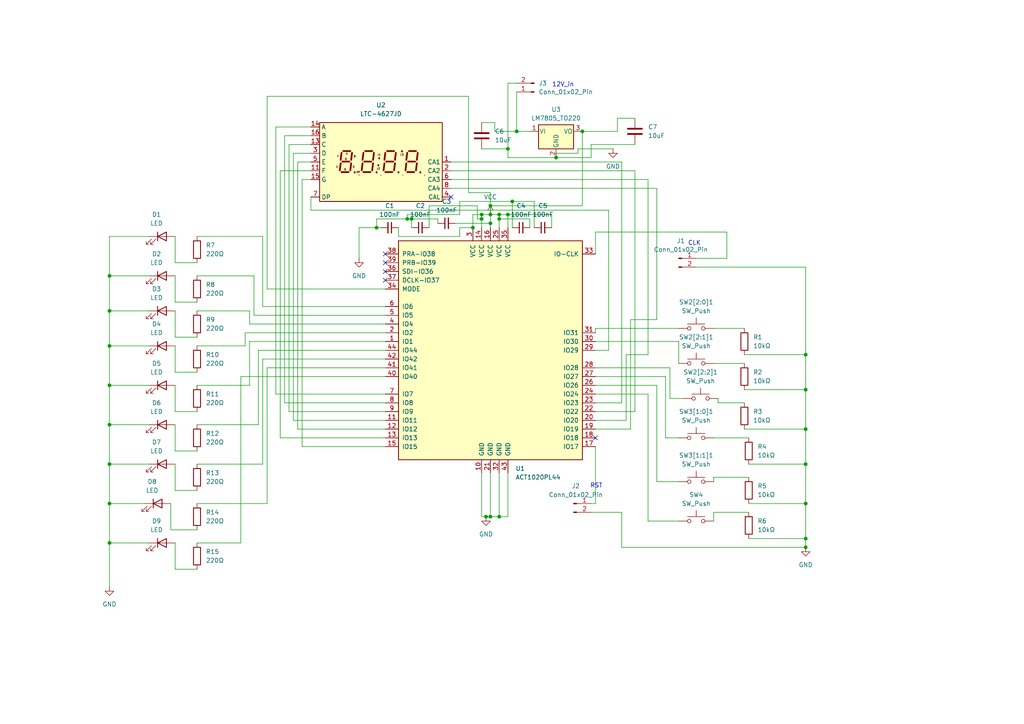
<source format=kicad_sch>
(kicad_sch
	(version 20231120)
	(generator "eeschema")
	(generator_version "8.0")
	(uuid "318643a3-48a9-459c-a10a-be76780355ad")
	(paper "A4")
	(lib_symbols
		(symbol "Connector:Conn_01x02_Pin"
			(pin_names
				(offset 1.016) hide)
			(exclude_from_sim no)
			(in_bom yes)
			(on_board yes)
			(property "Reference" "J"
				(at 0 2.54 0)
				(effects
					(font
						(size 1.27 1.27)
					)
				)
			)
			(property "Value" "Conn_01x02_Pin"
				(at 0 -5.08 0)
				(effects
					(font
						(size 1.27 1.27)
					)
				)
			)
			(property "Footprint" ""
				(at 0 0 0)
				(effects
					(font
						(size 1.27 1.27)
					)
					(hide yes)
				)
			)
			(property "Datasheet" "~"
				(at 0 0 0)
				(effects
					(font
						(size 1.27 1.27)
					)
					(hide yes)
				)
			)
			(property "Description" "Generic connector, single row, 01x02, script generated"
				(at 0 0 0)
				(effects
					(font
						(size 1.27 1.27)
					)
					(hide yes)
				)
			)
			(property "ki_locked" ""
				(at 0 0 0)
				(effects
					(font
						(size 1.27 1.27)
					)
				)
			)
			(property "ki_keywords" "connector"
				(at 0 0 0)
				(effects
					(font
						(size 1.27 1.27)
					)
					(hide yes)
				)
			)
			(property "ki_fp_filters" "Connector*:*_1x??_*"
				(at 0 0 0)
				(effects
					(font
						(size 1.27 1.27)
					)
					(hide yes)
				)
			)
			(symbol "Conn_01x02_Pin_1_1"
				(polyline
					(pts
						(xy 1.27 -2.54) (xy 0.8636 -2.54)
					)
					(stroke
						(width 0.1524)
						(type default)
					)
					(fill
						(type none)
					)
				)
				(polyline
					(pts
						(xy 1.27 0) (xy 0.8636 0)
					)
					(stroke
						(width 0.1524)
						(type default)
					)
					(fill
						(type none)
					)
				)
				(rectangle
					(start 0.8636 -2.413)
					(end 0 -2.667)
					(stroke
						(width 0.1524)
						(type default)
					)
					(fill
						(type outline)
					)
				)
				(rectangle
					(start 0.8636 0.127)
					(end 0 -0.127)
					(stroke
						(width 0.1524)
						(type default)
					)
					(fill
						(type outline)
					)
				)
				(pin passive line
					(at 5.08 0 180)
					(length 3.81)
					(name "Pin_1"
						(effects
							(font
								(size 1.27 1.27)
							)
						)
					)
					(number "1"
						(effects
							(font
								(size 1.27 1.27)
							)
						)
					)
				)
				(pin passive line
					(at 5.08 -2.54 180)
					(length 3.81)
					(name "Pin_2"
						(effects
							(font
								(size 1.27 1.27)
							)
						)
					)
					(number "2"
						(effects
							(font
								(size 1.27 1.27)
							)
						)
					)
				)
			)
		)
		(symbol "Device:C"
			(pin_numbers hide)
			(pin_names
				(offset 0.254)
			)
			(exclude_from_sim no)
			(in_bom yes)
			(on_board yes)
			(property "Reference" "C"
				(at 0.635 2.54 0)
				(effects
					(font
						(size 1.27 1.27)
					)
					(justify left)
				)
			)
			(property "Value" "C"
				(at 0.635 -2.54 0)
				(effects
					(font
						(size 1.27 1.27)
					)
					(justify left)
				)
			)
			(property "Footprint" ""
				(at 0.9652 -3.81 0)
				(effects
					(font
						(size 1.27 1.27)
					)
					(hide yes)
				)
			)
			(property "Datasheet" "~"
				(at 0 0 0)
				(effects
					(font
						(size 1.27 1.27)
					)
					(hide yes)
				)
			)
			(property "Description" "Unpolarized capacitor"
				(at 0 0 0)
				(effects
					(font
						(size 1.27 1.27)
					)
					(hide yes)
				)
			)
			(property "ki_keywords" "cap capacitor"
				(at 0 0 0)
				(effects
					(font
						(size 1.27 1.27)
					)
					(hide yes)
				)
			)
			(property "ki_fp_filters" "C_*"
				(at 0 0 0)
				(effects
					(font
						(size 1.27 1.27)
					)
					(hide yes)
				)
			)
			(symbol "C_0_1"
				(polyline
					(pts
						(xy -2.032 -0.762) (xy 2.032 -0.762)
					)
					(stroke
						(width 0.508)
						(type default)
					)
					(fill
						(type none)
					)
				)
				(polyline
					(pts
						(xy -2.032 0.762) (xy 2.032 0.762)
					)
					(stroke
						(width 0.508)
						(type default)
					)
					(fill
						(type none)
					)
				)
			)
			(symbol "C_1_1"
				(pin passive line
					(at 0 3.81 270)
					(length 2.794)
					(name "~"
						(effects
							(font
								(size 1.27 1.27)
							)
						)
					)
					(number "1"
						(effects
							(font
								(size 1.27 1.27)
							)
						)
					)
				)
				(pin passive line
					(at 0 -3.81 90)
					(length 2.794)
					(name "~"
						(effects
							(font
								(size 1.27 1.27)
							)
						)
					)
					(number "2"
						(effects
							(font
								(size 1.27 1.27)
							)
						)
					)
				)
			)
		)
		(symbol "Device:C_Small"
			(pin_numbers hide)
			(pin_names
				(offset 0.254) hide)
			(exclude_from_sim no)
			(in_bom yes)
			(on_board yes)
			(property "Reference" "C"
				(at 0.254 1.778 0)
				(effects
					(font
						(size 1.27 1.27)
					)
					(justify left)
				)
			)
			(property "Value" "C_Small"
				(at 0.254 -2.032 0)
				(effects
					(font
						(size 1.27 1.27)
					)
					(justify left)
				)
			)
			(property "Footprint" ""
				(at 0 0 0)
				(effects
					(font
						(size 1.27 1.27)
					)
					(hide yes)
				)
			)
			(property "Datasheet" "~"
				(at 0 0 0)
				(effects
					(font
						(size 1.27 1.27)
					)
					(hide yes)
				)
			)
			(property "Description" "Unpolarized capacitor, small symbol"
				(at 0 0 0)
				(effects
					(font
						(size 1.27 1.27)
					)
					(hide yes)
				)
			)
			(property "ki_keywords" "capacitor cap"
				(at 0 0 0)
				(effects
					(font
						(size 1.27 1.27)
					)
					(hide yes)
				)
			)
			(property "ki_fp_filters" "C_*"
				(at 0 0 0)
				(effects
					(font
						(size 1.27 1.27)
					)
					(hide yes)
				)
			)
			(symbol "C_Small_0_1"
				(polyline
					(pts
						(xy -1.524 -0.508) (xy 1.524 -0.508)
					)
					(stroke
						(width 0.3302)
						(type default)
					)
					(fill
						(type none)
					)
				)
				(polyline
					(pts
						(xy -1.524 0.508) (xy 1.524 0.508)
					)
					(stroke
						(width 0.3048)
						(type default)
					)
					(fill
						(type none)
					)
				)
			)
			(symbol "C_Small_1_1"
				(pin passive line
					(at 0 2.54 270)
					(length 2.032)
					(name "~"
						(effects
							(font
								(size 1.27 1.27)
							)
						)
					)
					(number "1"
						(effects
							(font
								(size 1.27 1.27)
							)
						)
					)
				)
				(pin passive line
					(at 0 -2.54 90)
					(length 2.032)
					(name "~"
						(effects
							(font
								(size 1.27 1.27)
							)
						)
					)
					(number "2"
						(effects
							(font
								(size 1.27 1.27)
							)
						)
					)
				)
			)
		)
		(symbol "Device:LED"
			(pin_numbers hide)
			(pin_names
				(offset 1.016) hide)
			(exclude_from_sim no)
			(in_bom yes)
			(on_board yes)
			(property "Reference" "D"
				(at 0 2.54 0)
				(effects
					(font
						(size 1.27 1.27)
					)
				)
			)
			(property "Value" "LED"
				(at 0 -2.54 0)
				(effects
					(font
						(size 1.27 1.27)
					)
				)
			)
			(property "Footprint" ""
				(at 0 0 0)
				(effects
					(font
						(size 1.27 1.27)
					)
					(hide yes)
				)
			)
			(property "Datasheet" "~"
				(at 0 0 0)
				(effects
					(font
						(size 1.27 1.27)
					)
					(hide yes)
				)
			)
			(property "Description" "Light emitting diode"
				(at 0 0 0)
				(effects
					(font
						(size 1.27 1.27)
					)
					(hide yes)
				)
			)
			(property "ki_keywords" "LED diode"
				(at 0 0 0)
				(effects
					(font
						(size 1.27 1.27)
					)
					(hide yes)
				)
			)
			(property "ki_fp_filters" "LED* LED_SMD:* LED_THT:*"
				(at 0 0 0)
				(effects
					(font
						(size 1.27 1.27)
					)
					(hide yes)
				)
			)
			(symbol "LED_0_1"
				(polyline
					(pts
						(xy -1.27 -1.27) (xy -1.27 1.27)
					)
					(stroke
						(width 0.254)
						(type default)
					)
					(fill
						(type none)
					)
				)
				(polyline
					(pts
						(xy -1.27 0) (xy 1.27 0)
					)
					(stroke
						(width 0)
						(type default)
					)
					(fill
						(type none)
					)
				)
				(polyline
					(pts
						(xy 1.27 -1.27) (xy 1.27 1.27) (xy -1.27 0) (xy 1.27 -1.27)
					)
					(stroke
						(width 0.254)
						(type default)
					)
					(fill
						(type none)
					)
				)
				(polyline
					(pts
						(xy -3.048 -0.762) (xy -4.572 -2.286) (xy -3.81 -2.286) (xy -4.572 -2.286) (xy -4.572 -1.524)
					)
					(stroke
						(width 0)
						(type default)
					)
					(fill
						(type none)
					)
				)
				(polyline
					(pts
						(xy -1.778 -0.762) (xy -3.302 -2.286) (xy -2.54 -2.286) (xy -3.302 -2.286) (xy -3.302 -1.524)
					)
					(stroke
						(width 0)
						(type default)
					)
					(fill
						(type none)
					)
				)
			)
			(symbol "LED_1_1"
				(pin passive line
					(at -3.81 0 0)
					(length 2.54)
					(name "K"
						(effects
							(font
								(size 1.27 1.27)
							)
						)
					)
					(number "1"
						(effects
							(font
								(size 1.27 1.27)
							)
						)
					)
				)
				(pin passive line
					(at 3.81 0 180)
					(length 2.54)
					(name "A"
						(effects
							(font
								(size 1.27 1.27)
							)
						)
					)
					(number "2"
						(effects
							(font
								(size 1.27 1.27)
							)
						)
					)
				)
			)
		)
		(symbol "Device:R"
			(pin_numbers hide)
			(pin_names
				(offset 0)
			)
			(exclude_from_sim no)
			(in_bom yes)
			(on_board yes)
			(property "Reference" "R"
				(at 2.032 0 90)
				(effects
					(font
						(size 1.27 1.27)
					)
				)
			)
			(property "Value" "R"
				(at 0 0 90)
				(effects
					(font
						(size 1.27 1.27)
					)
				)
			)
			(property "Footprint" ""
				(at -1.778 0 90)
				(effects
					(font
						(size 1.27 1.27)
					)
					(hide yes)
				)
			)
			(property "Datasheet" "~"
				(at 0 0 0)
				(effects
					(font
						(size 1.27 1.27)
					)
					(hide yes)
				)
			)
			(property "Description" "Resistor"
				(at 0 0 0)
				(effects
					(font
						(size 1.27 1.27)
					)
					(hide yes)
				)
			)
			(property "ki_keywords" "R res resistor"
				(at 0 0 0)
				(effects
					(font
						(size 1.27 1.27)
					)
					(hide yes)
				)
			)
			(property "ki_fp_filters" "R_*"
				(at 0 0 0)
				(effects
					(font
						(size 1.27 1.27)
					)
					(hide yes)
				)
			)
			(symbol "R_0_1"
				(rectangle
					(start -1.016 -2.54)
					(end 1.016 2.54)
					(stroke
						(width 0.254)
						(type default)
					)
					(fill
						(type none)
					)
				)
			)
			(symbol "R_1_1"
				(pin passive line
					(at 0 3.81 270)
					(length 1.27)
					(name "~"
						(effects
							(font
								(size 1.27 1.27)
							)
						)
					)
					(number "1"
						(effects
							(font
								(size 1.27 1.27)
							)
						)
					)
				)
				(pin passive line
					(at 0 -3.81 90)
					(length 1.27)
					(name "~"
						(effects
							(font
								(size 1.27 1.27)
							)
						)
					)
					(number "2"
						(effects
							(font
								(size 1.27 1.27)
							)
						)
					)
				)
			)
		)
		(symbol "Display_Character:LTC-4627JD"
			(exclude_from_sim no)
			(in_bom yes)
			(on_board yes)
			(property "Reference" "U"
				(at -17.78 12.7 0)
				(effects
					(font
						(size 1.27 1.27)
					)
					(justify left)
				)
			)
			(property "Value" "LTC-4627JD"
				(at 17.78 12.7 0)
				(effects
					(font
						(size 1.27 1.27)
					)
					(justify right)
				)
			)
			(property "Footprint" "Display_7Segment:LTC-4627Jx"
				(at 0 -12.7 0)
				(effects
					(font
						(size 1.27 1.27)
					)
					(hide yes)
				)
			)
			(property "Datasheet" "http://optoelectronics.liteon.com/upload/download/DS30-2001-093/LTC-4627JD.pdf"
				(at -10.16 0 0)
				(effects
					(font
						(size 1.27 1.27)
					)
					(hide yes)
				)
			)
			(property "Description" "4 digit 7 segment hyper red, common anode"
				(at 0 0 0)
				(effects
					(font
						(size 1.27 1.27)
					)
					(hide yes)
				)
			)
			(property "ki_keywords" "display LED 7-segment"
				(at 0 0 0)
				(effects
					(font
						(size 1.27 1.27)
					)
					(hide yes)
				)
			)
			(property "ki_fp_filters" "LTC?4627J*"
				(at 0 0 0)
				(effects
					(font
						(size 1.27 1.27)
					)
					(hide yes)
				)
			)
			(symbol "LTC-4627JD_0_1"
				(rectangle
					(start -17.78 -11.43)
					(end 17.78 11.43)
					(stroke
						(width 0.254)
						(type default)
					)
					(fill
						(type background)
					)
				)
				(rectangle
					(start -6.35 -3.81)
					(end -6.35 -3.81)
					(stroke
						(width 0.254)
						(type default)
					)
					(fill
						(type none)
					)
				)
				(rectangle
					(start 0 -3.81)
					(end 0 -3.81)
					(stroke
						(width 0.254)
						(type default)
					)
					(fill
						(type none)
					)
				)
				(polyline
					(pts
						(xy -6.35 -3.81) (xy -6.35 -3.81)
					)
					(stroke
						(width 0.254)
						(type default)
					)
					(fill
						(type none)
					)
				)
				(polyline
					(pts
						(xy 0 -3.81) (xy 0 -3.81)
					)
					(stroke
						(width 0.254)
						(type default)
					)
					(fill
						(type none)
					)
				)
				(polyline
					(pts
						(xy 6.35 -3.81) (xy 6.35 -3.81)
					)
					(stroke
						(width 0.254)
						(type default)
					)
					(fill
						(type none)
					)
				)
				(polyline
					(pts
						(xy 12.7 -3.81) (xy 12.7 -3.81)
					)
					(stroke
						(width 0.254)
						(type default)
					)
					(fill
						(type none)
					)
				)
				(rectangle
					(start 6.35 -3.81)
					(end 6.35 -3.81)
					(stroke
						(width 0.254)
						(type default)
					)
					(fill
						(type none)
					)
				)
				(rectangle
					(start 12.7 -3.81)
					(end 12.7 -3.81)
					(stroke
						(width 0.254)
						(type default)
					)
					(fill
						(type none)
					)
				)
			)
			(symbol "LTC-4627JD_1_0"
				(text "A"
					(at -9.906 2.413 0)
					(effects
						(font
							(size 0.508 0.508)
						)
					)
				)
				(text "B"
					(at -7.62 1.651 0)
					(effects
						(font
							(size 0.508 0.508)
						)
					)
				)
				(text "C"
					(at -7.874 -1.397 0)
					(effects
						(font
							(size 0.508 0.508)
						)
					)
				)
				(text "D"
					(at -10.414 -2.159 0)
					(effects
						(font
							(size 0.508 0.508)
						)
					)
				)
				(text "DP"
					(at -6.604 -2.921 0)
					(effects
						(font
							(size 0.508 0.508)
						)
					)
				)
				(text "E"
					(at -12.7 -1.397 0)
					(effects
						(font
							(size 0.508 0.508)
						)
					)
				)
				(text "F"
					(at -12.446 1.651 0)
					(effects
						(font
							(size 0.508 0.508)
						)
					)
				)
				(text "G"
					(at -10.16 0.889 0)
					(effects
						(font
							(size 0.508 0.508)
						)
					)
				)
				(text "L1"
					(at -0.508 2.159 0)
					(effects
						(font
							(size 0.508 0.508)
						)
					)
				)
				(text "L2"
					(at -0.762 -1.905 0)
					(effects
						(font
							(size 0.508 0.508)
						)
					)
				)
				(text "L3"
					(at 6.096 2.159 0)
					(effects
						(font
							(size 0.508 0.508)
						)
					)
				)
			)
			(symbol "LTC-4627JD_1_1"
				(polyline
					(pts
						(xy -11.684 -0.381) (xy -11.938 -2.413)
					)
					(stroke
						(width 0.508)
						(type default)
					)
					(fill
						(type none)
					)
				)
				(polyline
					(pts
						(xy -11.43 -2.921) (xy -9.398 -2.921)
					)
					(stroke
						(width 0.508)
						(type default)
					)
					(fill
						(type none)
					)
				)
				(polyline
					(pts
						(xy -11.43 2.667) (xy -11.684 0.635)
					)
					(stroke
						(width 0.508)
						(type default)
					)
					(fill
						(type none)
					)
				)
				(polyline
					(pts
						(xy -11.176 0.127) (xy -9.144 0.127)
					)
					(stroke
						(width 0.508)
						(type default)
					)
					(fill
						(type none)
					)
				)
				(polyline
					(pts
						(xy -10.922 3.175) (xy -8.89 3.175)
					)
					(stroke
						(width 0.508)
						(type default)
					)
					(fill
						(type none)
					)
				)
				(polyline
					(pts
						(xy -8.636 -0.381) (xy -8.89 -2.413)
					)
					(stroke
						(width 0.508)
						(type default)
					)
					(fill
						(type none)
					)
				)
				(polyline
					(pts
						(xy -8.382 2.667) (xy -8.636 0.635)
					)
					(stroke
						(width 0.508)
						(type default)
					)
					(fill
						(type none)
					)
				)
				(polyline
					(pts
						(xy -7.62 -3.048) (xy -7.62 -2.921)
					)
					(stroke
						(width 0.508)
						(type default)
					)
					(fill
						(type none)
					)
				)
				(polyline
					(pts
						(xy -5.334 -0.381) (xy -5.588 -2.413)
					)
					(stroke
						(width 0.508)
						(type default)
					)
					(fill
						(type none)
					)
				)
				(polyline
					(pts
						(xy -5.08 -2.921) (xy -3.048 -2.921)
					)
					(stroke
						(width 0.508)
						(type default)
					)
					(fill
						(type none)
					)
				)
				(polyline
					(pts
						(xy -5.08 2.667) (xy -5.334 0.635)
					)
					(stroke
						(width 0.508)
						(type default)
					)
					(fill
						(type none)
					)
				)
				(polyline
					(pts
						(xy -4.826 0.127) (xy -2.794 0.127)
					)
					(stroke
						(width 0.508)
						(type default)
					)
					(fill
						(type none)
					)
				)
				(polyline
					(pts
						(xy -4.572 3.175) (xy -2.54 3.175)
					)
					(stroke
						(width 0.508)
						(type default)
					)
					(fill
						(type none)
					)
				)
				(polyline
					(pts
						(xy -2.286 -0.381) (xy -2.54 -2.413)
					)
					(stroke
						(width 0.508)
						(type default)
					)
					(fill
						(type none)
					)
				)
				(polyline
					(pts
						(xy -2.032 2.667) (xy -2.286 0.635)
					)
					(stroke
						(width 0.508)
						(type default)
					)
					(fill
						(type none)
					)
				)
				(polyline
					(pts
						(xy -1.27 -3.048) (xy -1.27 -2.921)
					)
					(stroke
						(width 0.508)
						(type default)
					)
					(fill
						(type none)
					)
				)
				(polyline
					(pts
						(xy -0.762 -1.016) (xy -0.762 -0.889)
					)
					(stroke
						(width 0.508)
						(type default)
					)
					(fill
						(type none)
					)
				)
				(polyline
					(pts
						(xy -0.508 1.016) (xy -0.508 1.143)
					)
					(stroke
						(width 0.508)
						(type default)
					)
					(fill
						(type none)
					)
				)
				(polyline
					(pts
						(xy 1.016 -0.381) (xy 0.762 -2.413)
					)
					(stroke
						(width 0.508)
						(type default)
					)
					(fill
						(type none)
					)
				)
				(polyline
					(pts
						(xy 1.27 -2.921) (xy 3.302 -2.921)
					)
					(stroke
						(width 0.508)
						(type default)
					)
					(fill
						(type none)
					)
				)
				(polyline
					(pts
						(xy 1.27 2.667) (xy 1.016 0.635)
					)
					(stroke
						(width 0.508)
						(type default)
					)
					(fill
						(type none)
					)
				)
				(polyline
					(pts
						(xy 1.524 0.127) (xy 3.556 0.127)
					)
					(stroke
						(width 0.508)
						(type default)
					)
					(fill
						(type none)
					)
				)
				(polyline
					(pts
						(xy 1.778 3.175) (xy 3.81 3.175)
					)
					(stroke
						(width 0.508)
						(type default)
					)
					(fill
						(type none)
					)
				)
				(polyline
					(pts
						(xy 4.064 -0.381) (xy 3.81 -2.413)
					)
					(stroke
						(width 0.508)
						(type default)
					)
					(fill
						(type none)
					)
				)
				(polyline
					(pts
						(xy 4.318 2.667) (xy 4.064 0.635)
					)
					(stroke
						(width 0.508)
						(type default)
					)
					(fill
						(type none)
					)
				)
				(polyline
					(pts
						(xy 5.08 -3.048) (xy 5.08 -2.921)
					)
					(stroke
						(width 0.508)
						(type default)
					)
					(fill
						(type none)
					)
				)
				(polyline
					(pts
						(xy 6.096 3.048) (xy 6.096 3.175)
					)
					(stroke
						(width 0.508)
						(type default)
					)
					(fill
						(type none)
					)
				)
				(polyline
					(pts
						(xy 7.366 -0.381) (xy 7.112 -2.413)
					)
					(stroke
						(width 0.508)
						(type default)
					)
					(fill
						(type none)
					)
				)
				(polyline
					(pts
						(xy 7.62 -2.921) (xy 9.652 -2.921)
					)
					(stroke
						(width 0.508)
						(type default)
					)
					(fill
						(type none)
					)
				)
				(polyline
					(pts
						(xy 7.62 2.667) (xy 7.366 0.635)
					)
					(stroke
						(width 0.508)
						(type default)
					)
					(fill
						(type none)
					)
				)
				(polyline
					(pts
						(xy 7.874 0.127) (xy 9.906 0.127)
					)
					(stroke
						(width 0.508)
						(type default)
					)
					(fill
						(type none)
					)
				)
				(polyline
					(pts
						(xy 8.128 3.175) (xy 10.16 3.175)
					)
					(stroke
						(width 0.508)
						(type default)
					)
					(fill
						(type none)
					)
				)
				(polyline
					(pts
						(xy 10.414 -0.381) (xy 10.16 -2.413)
					)
					(stroke
						(width 0.508)
						(type default)
					)
					(fill
						(type none)
					)
				)
				(polyline
					(pts
						(xy 10.668 2.667) (xy 10.414 0.635)
					)
					(stroke
						(width 0.508)
						(type default)
					)
					(fill
						(type none)
					)
				)
				(polyline
					(pts
						(xy 11.43 -3.048) (xy 11.43 -2.921)
					)
					(stroke
						(width 0.508)
						(type default)
					)
					(fill
						(type none)
					)
				)
				(pin input line
					(at 20.32 0 180)
					(length 2.54)
					(name "CA1"
						(effects
							(font
								(size 1.27 1.27)
							)
						)
					)
					(number "1"
						(effects
							(font
								(size 1.27 1.27)
							)
						)
					)
				)
				(pin input line
					(at -20.32 -2.54 0)
					(length 2.54)
					(name "F"
						(effects
							(font
								(size 1.27 1.27)
							)
						)
					)
					(number "11"
						(effects
							(font
								(size 1.27 1.27)
							)
						)
					)
				)
				(pin input line
					(at -20.32 5.08 0)
					(length 2.54)
					(name "C"
						(effects
							(font
								(size 1.27 1.27)
							)
						)
					)
					(number "13"
						(effects
							(font
								(size 1.27 1.27)
							)
						)
					)
				)
				(pin input line
					(at -20.32 10.16 0)
					(length 2.54)
					(name "A"
						(effects
							(font
								(size 1.27 1.27)
							)
						)
					)
					(number "14"
						(effects
							(font
								(size 1.27 1.27)
							)
						)
					)
				)
				(pin input line
					(at -20.32 -5.08 0)
					(length 2.54)
					(name "G"
						(effects
							(font
								(size 1.27 1.27)
							)
						)
					)
					(number "15"
						(effects
							(font
								(size 1.27 1.27)
							)
						)
					)
				)
				(pin input line
					(at -20.32 7.62 0)
					(length 2.54)
					(name "B"
						(effects
							(font
								(size 1.27 1.27)
							)
						)
					)
					(number "16"
						(effects
							(font
								(size 1.27 1.27)
							)
						)
					)
				)
				(pin input line
					(at 20.32 -2.54 180)
					(length 2.54)
					(name "CA2"
						(effects
							(font
								(size 1.27 1.27)
							)
						)
					)
					(number "2"
						(effects
							(font
								(size 1.27 1.27)
							)
						)
					)
				)
				(pin input line
					(at -20.32 2.54 0)
					(length 2.54)
					(name "D"
						(effects
							(font
								(size 1.27 1.27)
							)
						)
					)
					(number "3"
						(effects
							(font
								(size 1.27 1.27)
							)
						)
					)
				)
				(pin input line
					(at 20.32 -10.16 180)
					(length 2.54)
					(name "CAL"
						(effects
							(font
								(size 1.27 1.27)
							)
						)
					)
					(number "4"
						(effects
							(font
								(size 1.27 1.27)
							)
						)
					)
				)
				(pin input line
					(at -20.32 0 0)
					(length 2.54)
					(name "E"
						(effects
							(font
								(size 1.27 1.27)
							)
						)
					)
					(number "5"
						(effects
							(font
								(size 1.27 1.27)
							)
						)
					)
				)
				(pin input line
					(at 20.32 -5.08 180)
					(length 2.54)
					(name "CA3"
						(effects
							(font
								(size 1.27 1.27)
							)
						)
					)
					(number "6"
						(effects
							(font
								(size 1.27 1.27)
							)
						)
					)
				)
				(pin input line
					(at -20.32 -10.16 0)
					(length 2.54)
					(name "DP"
						(effects
							(font
								(size 1.27 1.27)
							)
						)
					)
					(number "7"
						(effects
							(font
								(size 1.27 1.27)
							)
						)
					)
				)
				(pin input line
					(at 20.32 -7.62 180)
					(length 2.54)
					(name "CA4"
						(effects
							(font
								(size 1.27 1.27)
							)
						)
					)
					(number "8"
						(effects
							(font
								(size 1.27 1.27)
							)
						)
					)
				)
				(pin no_connect line
					(at 17.78 7.62 180)
					(length 2.54) hide
					(name "NC"
						(effects
							(font
								(size 1.27 1.27)
							)
						)
					)
					(number "9"
						(effects
							(font
								(size 1.27 1.27)
							)
						)
					)
				)
			)
		)
		(symbol "FPGA_Microsemi:ACT1020PL44"
			(pin_names
				(offset 1.016)
			)
			(exclude_from_sim no)
			(in_bom yes)
			(on_board yes)
			(property "Reference" "U"
				(at 16.51 38.1 0)
				(effects
					(font
						(size 1.27 1.27)
					)
					(justify left)
				)
			)
			(property "Value" "ACT1020PL44"
				(at 16.51 35.56 0)
				(effects
					(font
						(size 1.27 1.27)
					)
					(justify left)
				)
			)
			(property "Footprint" "Package_LCC:PLCC-44_16.6x16.6mm_P1.27mm"
				(at 16.51 33.02 0)
				(effects
					(font
						(size 1.27 1.27)
						(italic yes)
					)
					(justify left)
					(hide yes)
				)
			)
			(property "Datasheet" "https://www.microsemi.com/document-portal/doc_download/130666-act-1-series-fpgas-datasheet"
				(at 0 0 0)
				(effects
					(font
						(size 1.27 1.27)
					)
					(hide yes)
				)
			)
			(property "Description" "ACT1020-PL44, Actel ACT1 FPGA, PLCC-44"
				(at 0 0 0)
				(effects
					(font
						(size 1.27 1.27)
					)
					(hide yes)
				)
			)
			(property "ki_keywords" "Actel FPGA"
				(at 0 0 0)
				(effects
					(font
						(size 1.27 1.27)
					)
					(hide yes)
				)
			)
			(property "ki_fp_filters" "*PLCC*16.6x16.6mm*P1.27mm*"
				(at 0 0 0)
				(effects
					(font
						(size 1.27 1.27)
					)
					(hide yes)
				)
			)
			(symbol "ACT1020PL44_0_1"
				(rectangle
					(start -26.67 -31.75)
					(end 26.67 31.75)
					(stroke
						(width 0.254)
						(type default)
					)
					(fill
						(type background)
					)
				)
			)
			(symbol "ACT1020PL44_1_1"
				(pin input line
					(at -30.48 2.54 0)
					(length 3.81)
					(name "IO1"
						(effects
							(font
								(size 1.27 1.27)
							)
						)
					)
					(number "1"
						(effects
							(font
								(size 1.27 1.27)
							)
						)
					)
				)
				(pin power_in line
					(at -2.54 -35.56 90)
					(length 3.81)
					(name "GND"
						(effects
							(font
								(size 1.27 1.27)
							)
						)
					)
					(number "10"
						(effects
							(font
								(size 1.27 1.27)
							)
						)
					)
				)
				(pin input line
					(at -30.48 -20.32 0)
					(length 3.81)
					(name "IO11"
						(effects
							(font
								(size 1.27 1.27)
							)
						)
					)
					(number "11"
						(effects
							(font
								(size 1.27 1.27)
							)
						)
					)
				)
				(pin input line
					(at -30.48 -22.86 0)
					(length 3.81)
					(name "IO12"
						(effects
							(font
								(size 1.27 1.27)
							)
						)
					)
					(number "12"
						(effects
							(font
								(size 1.27 1.27)
							)
						)
					)
				)
				(pin input line
					(at -30.48 -25.4 0)
					(length 3.81)
					(name "IO13"
						(effects
							(font
								(size 1.27 1.27)
							)
						)
					)
					(number "13"
						(effects
							(font
								(size 1.27 1.27)
							)
						)
					)
				)
				(pin power_in line
					(at -2.54 35.56 270)
					(length 3.81)
					(name "VCC"
						(effects
							(font
								(size 1.27 1.27)
							)
						)
					)
					(number "14"
						(effects
							(font
								(size 1.27 1.27)
							)
						)
					)
				)
				(pin input line
					(at -30.48 -27.94 0)
					(length 3.81)
					(name "IO15"
						(effects
							(font
								(size 1.27 1.27)
							)
						)
					)
					(number "15"
						(effects
							(font
								(size 1.27 1.27)
							)
						)
					)
				)
				(pin power_in line
					(at 0 35.56 270)
					(length 3.81)
					(name "VCC"
						(effects
							(font
								(size 1.27 1.27)
							)
						)
					)
					(number "16"
						(effects
							(font
								(size 1.27 1.27)
							)
						)
					)
				)
				(pin input line
					(at 30.48 -27.94 180)
					(length 3.81)
					(name "IO17"
						(effects
							(font
								(size 1.27 1.27)
							)
						)
					)
					(number "17"
						(effects
							(font
								(size 1.27 1.27)
							)
						)
					)
				)
				(pin input line
					(at 30.48 -25.4 180)
					(length 3.81)
					(name "IO18"
						(effects
							(font
								(size 1.27 1.27)
							)
						)
					)
					(number "18"
						(effects
							(font
								(size 1.27 1.27)
							)
						)
					)
				)
				(pin input line
					(at 30.48 -22.86 180)
					(length 3.81)
					(name "IO19"
						(effects
							(font
								(size 1.27 1.27)
							)
						)
					)
					(number "19"
						(effects
							(font
								(size 1.27 1.27)
							)
						)
					)
				)
				(pin input line
					(at -30.48 5.08 0)
					(length 3.81)
					(name "IO2"
						(effects
							(font
								(size 1.27 1.27)
							)
						)
					)
					(number "2"
						(effects
							(font
								(size 1.27 1.27)
							)
						)
					)
				)
				(pin input line
					(at 30.48 -20.32 180)
					(length 3.81)
					(name "IO20"
						(effects
							(font
								(size 1.27 1.27)
							)
						)
					)
					(number "20"
						(effects
							(font
								(size 1.27 1.27)
							)
						)
					)
				)
				(pin power_in line
					(at 0 -35.56 90)
					(length 3.81)
					(name "GND"
						(effects
							(font
								(size 1.27 1.27)
							)
						)
					)
					(number "21"
						(effects
							(font
								(size 1.27 1.27)
							)
						)
					)
				)
				(pin input line
					(at 30.48 -17.78 180)
					(length 3.81)
					(name "IO22"
						(effects
							(font
								(size 1.27 1.27)
							)
						)
					)
					(number "22"
						(effects
							(font
								(size 1.27 1.27)
							)
						)
					)
				)
				(pin input line
					(at 30.48 -15.24 180)
					(length 3.81)
					(name "IO23"
						(effects
							(font
								(size 1.27 1.27)
							)
						)
					)
					(number "23"
						(effects
							(font
								(size 1.27 1.27)
							)
						)
					)
				)
				(pin input line
					(at 30.48 -12.7 180)
					(length 3.81)
					(name "IO24"
						(effects
							(font
								(size 1.27 1.27)
							)
						)
					)
					(number "24"
						(effects
							(font
								(size 1.27 1.27)
							)
						)
					)
				)
				(pin power_in line
					(at 2.54 35.56 270)
					(length 3.81)
					(name "VCC"
						(effects
							(font
								(size 1.27 1.27)
							)
						)
					)
					(number "25"
						(effects
							(font
								(size 1.27 1.27)
							)
						)
					)
				)
				(pin input line
					(at 30.48 -10.16 180)
					(length 3.81)
					(name "IO26"
						(effects
							(font
								(size 1.27 1.27)
							)
						)
					)
					(number "26"
						(effects
							(font
								(size 1.27 1.27)
							)
						)
					)
				)
				(pin input line
					(at 30.48 -7.62 180)
					(length 3.81)
					(name "IO27"
						(effects
							(font
								(size 1.27 1.27)
							)
						)
					)
					(number "27"
						(effects
							(font
								(size 1.27 1.27)
							)
						)
					)
				)
				(pin input line
					(at 30.48 -5.08 180)
					(length 3.81)
					(name "IO28"
						(effects
							(font
								(size 1.27 1.27)
							)
						)
					)
					(number "28"
						(effects
							(font
								(size 1.27 1.27)
							)
						)
					)
				)
				(pin input line
					(at 30.48 0 180)
					(length 3.81)
					(name "IO29"
						(effects
							(font
								(size 1.27 1.27)
							)
						)
					)
					(number "29"
						(effects
							(font
								(size 1.27 1.27)
							)
						)
					)
				)
				(pin power_in line
					(at -5.08 35.56 270)
					(length 3.81)
					(name "VCC"
						(effects
							(font
								(size 1.27 1.27)
							)
						)
					)
					(number "3"
						(effects
							(font
								(size 1.27 1.27)
							)
						)
					)
				)
				(pin input line
					(at 30.48 2.54 180)
					(length 3.81)
					(name "IO30"
						(effects
							(font
								(size 1.27 1.27)
							)
						)
					)
					(number "30"
						(effects
							(font
								(size 1.27 1.27)
							)
						)
					)
				)
				(pin input line
					(at 30.48 5.08 180)
					(length 3.81)
					(name "IO31"
						(effects
							(font
								(size 1.27 1.27)
							)
						)
					)
					(number "31"
						(effects
							(font
								(size 1.27 1.27)
							)
						)
					)
				)
				(pin power_in line
					(at 2.54 -35.56 90)
					(length 3.81)
					(name "GND"
						(effects
							(font
								(size 1.27 1.27)
							)
						)
					)
					(number "32"
						(effects
							(font
								(size 1.27 1.27)
							)
						)
					)
				)
				(pin input line
					(at 30.48 27.94 180)
					(length 3.81)
					(name "IO-CLK"
						(effects
							(font
								(size 1.27 1.27)
							)
						)
					)
					(number "33"
						(effects
							(font
								(size 1.27 1.27)
							)
						)
					)
				)
				(pin input line
					(at -30.48 17.78 0)
					(length 3.81)
					(name "MODE"
						(effects
							(font
								(size 1.27 1.27)
							)
						)
					)
					(number "34"
						(effects
							(font
								(size 1.27 1.27)
							)
						)
					)
				)
				(pin power_in line
					(at 5.08 35.56 270)
					(length 3.81)
					(name "VCC"
						(effects
							(font
								(size 1.27 1.27)
							)
						)
					)
					(number "35"
						(effects
							(font
								(size 1.27 1.27)
							)
						)
					)
				)
				(pin input line
					(at -30.48 22.86 0)
					(length 3.81)
					(name "SDI-IO36"
						(effects
							(font
								(size 1.27 1.27)
							)
						)
					)
					(number "36"
						(effects
							(font
								(size 1.27 1.27)
							)
						)
					)
				)
				(pin input line
					(at -30.48 20.32 0)
					(length 3.81)
					(name "DCLK-IO37"
						(effects
							(font
								(size 1.27 1.27)
							)
						)
					)
					(number "37"
						(effects
							(font
								(size 1.27 1.27)
							)
						)
					)
				)
				(pin input line
					(at -30.48 27.94 0)
					(length 3.81)
					(name "PRA-IO38"
						(effects
							(font
								(size 1.27 1.27)
							)
						)
					)
					(number "38"
						(effects
							(font
								(size 1.27 1.27)
							)
						)
					)
				)
				(pin input line
					(at -30.48 25.4 0)
					(length 3.81)
					(name "PRB-IO39"
						(effects
							(font
								(size 1.27 1.27)
							)
						)
					)
					(number "39"
						(effects
							(font
								(size 1.27 1.27)
							)
						)
					)
				)
				(pin input line
					(at -30.48 7.62 0)
					(length 3.81)
					(name "IO4"
						(effects
							(font
								(size 1.27 1.27)
							)
						)
					)
					(number "4"
						(effects
							(font
								(size 1.27 1.27)
							)
						)
					)
				)
				(pin input line
					(at -30.48 -7.62 0)
					(length 3.81)
					(name "IO40"
						(effects
							(font
								(size 1.27 1.27)
							)
						)
					)
					(number "40"
						(effects
							(font
								(size 1.27 1.27)
							)
						)
					)
				)
				(pin input line
					(at -30.48 -5.08 0)
					(length 3.81)
					(name "IO41"
						(effects
							(font
								(size 1.27 1.27)
							)
						)
					)
					(number "41"
						(effects
							(font
								(size 1.27 1.27)
							)
						)
					)
				)
				(pin input line
					(at -30.48 -2.54 0)
					(length 3.81)
					(name "IO42"
						(effects
							(font
								(size 1.27 1.27)
							)
						)
					)
					(number "42"
						(effects
							(font
								(size 1.27 1.27)
							)
						)
					)
				)
				(pin power_in line
					(at 5.08 -35.56 90)
					(length 3.81)
					(name "GND"
						(effects
							(font
								(size 1.27 1.27)
							)
						)
					)
					(number "43"
						(effects
							(font
								(size 1.27 1.27)
							)
						)
					)
				)
				(pin input line
					(at -30.48 0 0)
					(length 3.81)
					(name "IO44"
						(effects
							(font
								(size 1.27 1.27)
							)
						)
					)
					(number "44"
						(effects
							(font
								(size 1.27 1.27)
							)
						)
					)
				)
				(pin input line
					(at -30.48 10.16 0)
					(length 3.81)
					(name "IO5"
						(effects
							(font
								(size 1.27 1.27)
							)
						)
					)
					(number "5"
						(effects
							(font
								(size 1.27 1.27)
							)
						)
					)
				)
				(pin input line
					(at -30.48 12.7 0)
					(length 3.81)
					(name "IO6"
						(effects
							(font
								(size 1.27 1.27)
							)
						)
					)
					(number "6"
						(effects
							(font
								(size 1.27 1.27)
							)
						)
					)
				)
				(pin input line
					(at -30.48 -12.7 0)
					(length 3.81)
					(name "IO7"
						(effects
							(font
								(size 1.27 1.27)
							)
						)
					)
					(number "7"
						(effects
							(font
								(size 1.27 1.27)
							)
						)
					)
				)
				(pin input line
					(at -30.48 -15.24 0)
					(length 3.81)
					(name "IO8"
						(effects
							(font
								(size 1.27 1.27)
							)
						)
					)
					(number "8"
						(effects
							(font
								(size 1.27 1.27)
							)
						)
					)
				)
				(pin input line
					(at -30.48 -17.78 0)
					(length 3.81)
					(name "IO9"
						(effects
							(font
								(size 1.27 1.27)
							)
						)
					)
					(number "9"
						(effects
							(font
								(size 1.27 1.27)
							)
						)
					)
				)
			)
		)
		(symbol "Regulator_Linear:LM7805_TO220"
			(pin_names
				(offset 0.254)
			)
			(exclude_from_sim no)
			(in_bom yes)
			(on_board yes)
			(property "Reference" "U"
				(at -3.81 3.175 0)
				(effects
					(font
						(size 1.27 1.27)
					)
				)
			)
			(property "Value" "LM7805_TO220"
				(at 0 3.175 0)
				(effects
					(font
						(size 1.27 1.27)
					)
					(justify left)
				)
			)
			(property "Footprint" "Package_TO_SOT_THT:TO-220-3_Vertical"
				(at 0 5.715 0)
				(effects
					(font
						(size 1.27 1.27)
						(italic yes)
					)
					(hide yes)
				)
			)
			(property "Datasheet" "https://www.onsemi.cn/PowerSolutions/document/MC7800-D.PDF"
				(at 0 -1.27 0)
				(effects
					(font
						(size 1.27 1.27)
					)
					(hide yes)
				)
			)
			(property "Description" "Positive 1A 35V Linear Regulator, Fixed Output 5V, TO-220"
				(at 0 0 0)
				(effects
					(font
						(size 1.27 1.27)
					)
					(hide yes)
				)
			)
			(property "ki_keywords" "Voltage Regulator 1A Positive"
				(at 0 0 0)
				(effects
					(font
						(size 1.27 1.27)
					)
					(hide yes)
				)
			)
			(property "ki_fp_filters" "TO?220*"
				(at 0 0 0)
				(effects
					(font
						(size 1.27 1.27)
					)
					(hide yes)
				)
			)
			(symbol "LM7805_TO220_0_1"
				(rectangle
					(start -5.08 1.905)
					(end 5.08 -5.08)
					(stroke
						(width 0.254)
						(type default)
					)
					(fill
						(type background)
					)
				)
			)
			(symbol "LM7805_TO220_1_1"
				(pin power_in line
					(at -7.62 0 0)
					(length 2.54)
					(name "VI"
						(effects
							(font
								(size 1.27 1.27)
							)
						)
					)
					(number "1"
						(effects
							(font
								(size 1.27 1.27)
							)
						)
					)
				)
				(pin power_in line
					(at 0 -7.62 90)
					(length 2.54)
					(name "GND"
						(effects
							(font
								(size 1.27 1.27)
							)
						)
					)
					(number "2"
						(effects
							(font
								(size 1.27 1.27)
							)
						)
					)
				)
				(pin power_out line
					(at 7.62 0 180)
					(length 2.54)
					(name "VO"
						(effects
							(font
								(size 1.27 1.27)
							)
						)
					)
					(number "3"
						(effects
							(font
								(size 1.27 1.27)
							)
						)
					)
				)
			)
		)
		(symbol "Switch:SW_Push"
			(pin_numbers hide)
			(pin_names
				(offset 1.016) hide)
			(exclude_from_sim no)
			(in_bom yes)
			(on_board yes)
			(property "Reference" "SW"
				(at 1.27 2.54 0)
				(effects
					(font
						(size 1.27 1.27)
					)
					(justify left)
				)
			)
			(property "Value" "SW_Push"
				(at 0 -1.524 0)
				(effects
					(font
						(size 1.27 1.27)
					)
				)
			)
			(property "Footprint" ""
				(at 0 5.08 0)
				(effects
					(font
						(size 1.27 1.27)
					)
					(hide yes)
				)
			)
			(property "Datasheet" "~"
				(at 0 5.08 0)
				(effects
					(font
						(size 1.27 1.27)
					)
					(hide yes)
				)
			)
			(property "Description" "Push button switch, generic, two pins"
				(at 0 0 0)
				(effects
					(font
						(size 1.27 1.27)
					)
					(hide yes)
				)
			)
			(property "ki_keywords" "switch normally-open pushbutton push-button"
				(at 0 0 0)
				(effects
					(font
						(size 1.27 1.27)
					)
					(hide yes)
				)
			)
			(symbol "SW_Push_0_1"
				(circle
					(center -2.032 0)
					(radius 0.508)
					(stroke
						(width 0)
						(type default)
					)
					(fill
						(type none)
					)
				)
				(polyline
					(pts
						(xy 0 1.27) (xy 0 3.048)
					)
					(stroke
						(width 0)
						(type default)
					)
					(fill
						(type none)
					)
				)
				(polyline
					(pts
						(xy 2.54 1.27) (xy -2.54 1.27)
					)
					(stroke
						(width 0)
						(type default)
					)
					(fill
						(type none)
					)
				)
				(circle
					(center 2.032 0)
					(radius 0.508)
					(stroke
						(width 0)
						(type default)
					)
					(fill
						(type none)
					)
				)
				(pin passive line
					(at -5.08 0 0)
					(length 2.54)
					(name "1"
						(effects
							(font
								(size 1.27 1.27)
							)
						)
					)
					(number "1"
						(effects
							(font
								(size 1.27 1.27)
							)
						)
					)
				)
				(pin passive line
					(at 5.08 0 180)
					(length 2.54)
					(name "2"
						(effects
							(font
								(size 1.27 1.27)
							)
						)
					)
					(number "2"
						(effects
							(font
								(size 1.27 1.27)
							)
						)
					)
				)
			)
		)
		(symbol "power:GND"
			(power)
			(pin_numbers hide)
			(pin_names
				(offset 0) hide)
			(exclude_from_sim no)
			(in_bom yes)
			(on_board yes)
			(property "Reference" "#PWR"
				(at 0 -6.35 0)
				(effects
					(font
						(size 1.27 1.27)
					)
					(hide yes)
				)
			)
			(property "Value" "GND"
				(at 0 -3.81 0)
				(effects
					(font
						(size 1.27 1.27)
					)
				)
			)
			(property "Footprint" ""
				(at 0 0 0)
				(effects
					(font
						(size 1.27 1.27)
					)
					(hide yes)
				)
			)
			(property "Datasheet" ""
				(at 0 0 0)
				(effects
					(font
						(size 1.27 1.27)
					)
					(hide yes)
				)
			)
			(property "Description" "Power symbol creates a global label with name \"GND\" , ground"
				(at 0 0 0)
				(effects
					(font
						(size 1.27 1.27)
					)
					(hide yes)
				)
			)
			(property "ki_keywords" "global power"
				(at 0 0 0)
				(effects
					(font
						(size 1.27 1.27)
					)
					(hide yes)
				)
			)
			(symbol "GND_0_1"
				(polyline
					(pts
						(xy 0 0) (xy 0 -1.27) (xy 1.27 -1.27) (xy 0 -2.54) (xy -1.27 -1.27) (xy 0 -1.27)
					)
					(stroke
						(width 0)
						(type default)
					)
					(fill
						(type none)
					)
				)
			)
			(symbol "GND_1_1"
				(pin power_in line
					(at 0 0 270)
					(length 0)
					(name "~"
						(effects
							(font
								(size 1.27 1.27)
							)
						)
					)
					(number "1"
						(effects
							(font
								(size 1.27 1.27)
							)
						)
					)
				)
			)
		)
		(symbol "power:VCC"
			(power)
			(pin_numbers hide)
			(pin_names
				(offset 0) hide)
			(exclude_from_sim no)
			(in_bom yes)
			(on_board yes)
			(property "Reference" "#PWR"
				(at 0 -3.81 0)
				(effects
					(font
						(size 1.27 1.27)
					)
					(hide yes)
				)
			)
			(property "Value" "VCC"
				(at 0 3.556 0)
				(effects
					(font
						(size 1.27 1.27)
					)
				)
			)
			(property "Footprint" ""
				(at 0 0 0)
				(effects
					(font
						(size 1.27 1.27)
					)
					(hide yes)
				)
			)
			(property "Datasheet" ""
				(at 0 0 0)
				(effects
					(font
						(size 1.27 1.27)
					)
					(hide yes)
				)
			)
			(property "Description" "Power symbol creates a global label with name \"VCC\""
				(at 0 0 0)
				(effects
					(font
						(size 1.27 1.27)
					)
					(hide yes)
				)
			)
			(property "ki_keywords" "global power"
				(at 0 0 0)
				(effects
					(font
						(size 1.27 1.27)
					)
					(hide yes)
				)
			)
			(symbol "VCC_0_1"
				(polyline
					(pts
						(xy -0.762 1.27) (xy 0 2.54)
					)
					(stroke
						(width 0)
						(type default)
					)
					(fill
						(type none)
					)
				)
				(polyline
					(pts
						(xy 0 0) (xy 0 2.54)
					)
					(stroke
						(width 0)
						(type default)
					)
					(fill
						(type none)
					)
				)
				(polyline
					(pts
						(xy 0 2.54) (xy 0.762 1.27)
					)
					(stroke
						(width 0)
						(type default)
					)
					(fill
						(type none)
					)
				)
			)
			(symbol "VCC_1_1"
				(pin power_in line
					(at 0 0 90)
					(length 0)
					(name "~"
						(effects
							(font
								(size 1.27 1.27)
							)
						)
					)
					(number "1"
						(effects
							(font
								(size 1.27 1.27)
							)
						)
					)
				)
			)
		)
	)
	(junction
		(at 168.91 38.1)
		(diameter 0)
		(color 0 0 0 0)
		(uuid "0efb2c02-3e92-4f11-aa29-c4c4d865cd1c")
	)
	(junction
		(at 149.86 38.1)
		(diameter 0)
		(color 0 0 0 0)
		(uuid "1102df11-ec86-4719-90c5-e8df7e2c8143")
	)
	(junction
		(at 233.68 156.21)
		(diameter 0)
		(color 0 0 0 0)
		(uuid "1724f35e-8f44-48c0-86a2-ffb5ce1e3ebf")
	)
	(junction
		(at 31.75 123.19)
		(diameter 0)
		(color 0 0 0 0)
		(uuid "22138a46-8d22-4d78-b8aa-fe1e51e3aeb9")
	)
	(junction
		(at 233.68 113.03)
		(diameter 0)
		(color 0 0 0 0)
		(uuid "35e6d983-15a9-4d69-bd5f-728535c4a2b9")
	)
	(junction
		(at 31.75 157.48)
		(diameter 0)
		(color 0 0 0 0)
		(uuid "46f850e8-0d3e-40bd-999c-22caf9527c30")
	)
	(junction
		(at 144.78 62.23)
		(diameter 0)
		(color 0 0 0 0)
		(uuid "4c43a47a-67c3-46ee-8de1-d1732e5be0af")
	)
	(junction
		(at 142.24 149.86)
		(diameter 0)
		(color 0 0 0 0)
		(uuid "4ce70fa6-e4db-4107-a1d3-21a3c21c4aff")
	)
	(junction
		(at 147.32 62.23)
		(diameter 0)
		(color 0 0 0 0)
		(uuid "531aa9e3-e041-4665-9bbe-42e6d21ecda1")
	)
	(junction
		(at 31.75 134.62)
		(diameter 0)
		(color 0 0 0 0)
		(uuid "67f37978-1722-436e-ae64-44821e9124e0")
	)
	(junction
		(at 233.68 102.87)
		(diameter 0)
		(color 0 0 0 0)
		(uuid "8394d7b8-318e-4721-9465-1b3a5a38d3d8")
	)
	(junction
		(at 144.78 63.5)
		(diameter 0)
		(color 0 0 0 0)
		(uuid "83c62c1c-5e5a-4b2b-9b8f-92279cd6cfeb")
	)
	(junction
		(at 142.24 64.77)
		(diameter 0)
		(color 0 0 0 0)
		(uuid "8ae3f7e2-1156-42a4-938a-15ccc9ed6a2d")
	)
	(junction
		(at 233.68 158.75)
		(diameter 0)
		(color 0 0 0 0)
		(uuid "8bd16d49-8aad-4612-830d-7eec4380a139")
	)
	(junction
		(at 139.7 62.23)
		(diameter 0)
		(color 0 0 0 0)
		(uuid "8bdc95ac-1e59-4339-a4a2-3c5b3364c27c")
	)
	(junction
		(at 31.75 100.33)
		(diameter 0)
		(color 0 0 0 0)
		(uuid "8d8a11da-0014-40ce-99b2-609c877f5d84")
	)
	(junction
		(at 161.29 45.72)
		(diameter 0)
		(color 0 0 0 0)
		(uuid "93ce6b1e-c31c-4915-8dfd-e953263e2562")
	)
	(junction
		(at 31.75 146.05)
		(diameter 0)
		(color 0 0 0 0)
		(uuid "9b6d9f02-30ea-43b9-9efa-79132fb3fb98")
	)
	(junction
		(at 118.11 63.5)
		(diameter 0)
		(color 0 0 0 0)
		(uuid "a13e33b4-da42-45f8-8a70-ce49d1f069e4")
	)
	(junction
		(at 139.7 63.5)
		(diameter 0)
		(color 0 0 0 0)
		(uuid "a4bb23ca-dfec-499e-b666-7698b5de6974")
	)
	(junction
		(at 233.68 146.05)
		(diameter 0)
		(color 0 0 0 0)
		(uuid "a4e44b25-6d2d-4083-befc-f2ff4e29f2c8")
	)
	(junction
		(at 144.78 149.86)
		(diameter 0)
		(color 0 0 0 0)
		(uuid "a5be1e4b-f227-4d82-b8aa-c183d689acde")
	)
	(junction
		(at 148.59 58.42)
		(diameter 0)
		(color 0 0 0 0)
		(uuid "a7e0acc5-b526-46cc-89f4-59a997722155")
	)
	(junction
		(at 233.68 134.62)
		(diameter 0)
		(color 0 0 0 0)
		(uuid "aa0391e5-c7a7-4cc5-81ea-6f3d8ca81d89")
	)
	(junction
		(at 119.38 63.5)
		(diameter 0)
		(color 0 0 0 0)
		(uuid "be084b75-640f-4460-b073-f5dd5251437b")
	)
	(junction
		(at 31.75 111.76)
		(diameter 0)
		(color 0 0 0 0)
		(uuid "d9b414d4-f07d-40e3-8a6d-47224c6f9a9a")
	)
	(junction
		(at 142.24 62.23)
		(diameter 0)
		(color 0 0 0 0)
		(uuid "dc1beb1d-859a-44f4-b9e3-141daabfaf30")
	)
	(junction
		(at 147.32 43.18)
		(diameter 0)
		(color 0 0 0 0)
		(uuid "e1be6987-d424-47b2-8427-8fc9a850db28")
	)
	(junction
		(at 31.75 80.01)
		(diameter 0)
		(color 0 0 0 0)
		(uuid "e466fd59-68f8-4a5a-981d-901c2ba15fa9")
	)
	(junction
		(at 137.16 66.04)
		(diameter 0)
		(color 0 0 0 0)
		(uuid "e524379d-d271-473f-95f4-beeb5003a706")
	)
	(junction
		(at 233.68 124.46)
		(diameter 0)
		(color 0 0 0 0)
		(uuid "e749322a-67ed-4885-abbc-b5456a060c3b")
	)
	(junction
		(at 140.97 149.86)
		(diameter 0)
		(color 0 0 0 0)
		(uuid "e8b2599a-ee87-4f34-8d30-cb066bbb38c6")
	)
	(junction
		(at 142.24 59.69)
		(diameter 0)
		(color 0 0 0 0)
		(uuid "eaf1a21b-d38c-4d0f-a35e-df136bba1b3a")
	)
	(junction
		(at 31.75 90.17)
		(diameter 0)
		(color 0 0 0 0)
		(uuid "f2466f80-796f-4095-b9cb-c22903684e6a")
	)
	(junction
		(at 109.22 66.04)
		(diameter 0)
		(color 0 0 0 0)
		(uuid "f51034e8-9b5b-4805-9d3a-c2a6d0157e7a")
	)
	(no_connect
		(at 172.72 127)
		(uuid "0249f9e2-6b81-4d48-a11e-74186169f6a7")
	)
	(no_connect
		(at 130.81 57.15)
		(uuid "5c3e87a7-1644-4ab3-a9ca-6f182bb5b0ca")
	)
	(no_connect
		(at 111.76 73.66)
		(uuid "bc2629ea-0371-496f-900f-7940d7210a85")
	)
	(no_connect
		(at 111.76 81.28)
		(uuid "d41bb83d-5c9c-440b-a421-a68f5893c1c5")
	)
	(no_connect
		(at 111.76 76.2)
		(uuid "f506c4f8-19ef-40dd-8a56-d12c67e9e1f3")
	)
	(no_connect
		(at 111.76 78.74)
		(uuid "fdfde41e-3d5c-441f-abb0-f861c4d762ff")
	)
	(wire
		(pts
			(xy 31.75 111.76) (xy 31.75 123.19)
		)
		(stroke
			(width 0)
			(type default)
		)
		(uuid "00f91093-b4fc-492d-929b-2b54b686ce16")
	)
	(wire
		(pts
			(xy 31.75 111.76) (xy 43.18 111.76)
		)
		(stroke
			(width 0)
			(type default)
		)
		(uuid "01dd637f-f113-4520-a45c-539e778bee08")
	)
	(wire
		(pts
			(xy 149.86 24.13) (xy 147.32 24.13)
		)
		(stroke
			(width 0)
			(type default)
		)
		(uuid "02a9bba0-d125-4a15-b6ad-53d6a71d4cff")
	)
	(wire
		(pts
			(xy 81.28 127) (xy 111.76 127)
		)
		(stroke
			(width 0)
			(type default)
		)
		(uuid "047415b6-a3e8-48cb-a2e3-80d98fa5e772")
	)
	(wire
		(pts
			(xy 72.39 111.76) (xy 72.39 99.06)
		)
		(stroke
			(width 0)
			(type default)
		)
		(uuid "07751d6d-d4da-4cb9-8bf3-70a9c0407713")
	)
	(wire
		(pts
			(xy 144.78 137.16) (xy 144.78 149.86)
		)
		(stroke
			(width 0)
			(type default)
		)
		(uuid "0932d68d-2da1-4dad-b6c7-74a1160bb551")
	)
	(wire
		(pts
			(xy 124.46 59.69) (xy 138.43 59.69)
		)
		(stroke
			(width 0)
			(type default)
		)
		(uuid "0cf372f6-0a3f-4028-932f-14a84e416d14")
	)
	(wire
		(pts
			(xy 31.75 123.19) (xy 31.75 134.62)
		)
		(stroke
			(width 0)
			(type default)
		)
		(uuid "0f2dc879-ff8b-4865-bbf0-ac3e9707877f")
	)
	(wire
		(pts
			(xy 144.78 62.23) (xy 142.24 62.23)
		)
		(stroke
			(width 0)
			(type default)
		)
		(uuid "1033792a-abcf-4b24-a43c-f8e65985d928")
	)
	(wire
		(pts
			(xy 74.93 123.19) (xy 74.93 101.6)
		)
		(stroke
			(width 0)
			(type default)
		)
		(uuid "112cefe2-889e-42fc-b322-5af02375f9d3")
	)
	(wire
		(pts
			(xy 142.24 55.88) (xy 142.24 59.69)
		)
		(stroke
			(width 0)
			(type default)
		)
		(uuid "1159e88d-4556-4cdb-9897-897a74f18b6e")
	)
	(wire
		(pts
			(xy 184.15 41.91) (xy 171.45 41.91)
		)
		(stroke
			(width 0)
			(type default)
		)
		(uuid "1227d350-80e0-4e5f-b018-85366451d392")
	)
	(wire
		(pts
			(xy 83.82 119.38) (xy 111.76 119.38)
		)
		(stroke
			(width 0)
			(type default)
		)
		(uuid "1414f8e2-7da0-4fcd-be83-ce50449bb8d9")
	)
	(wire
		(pts
			(xy 142.24 64.77) (xy 142.24 66.04)
		)
		(stroke
			(width 0)
			(type default)
		)
		(uuid "15d02a12-9277-42f0-9446-311ffdb901b8")
	)
	(wire
		(pts
			(xy 118.11 63.5) (xy 109.22 63.5)
		)
		(stroke
			(width 0)
			(type default)
		)
		(uuid "16fbd9da-f5ab-4a63-a3be-13d557d478f9")
	)
	(wire
		(pts
			(xy 77.47 106.68) (xy 111.76 106.68)
		)
		(stroke
			(width 0)
			(type default)
		)
		(uuid "1832796f-7788-4134-993a-0e050da7f61c")
	)
	(wire
		(pts
			(xy 130.81 49.53) (xy 184.15 49.53)
		)
		(stroke
			(width 0)
			(type default)
		)
		(uuid "19e6bd97-1ff8-4bf4-ad12-ec736aea5f6f")
	)
	(wire
		(pts
			(xy 72.39 99.06) (xy 111.76 99.06)
		)
		(stroke
			(width 0)
			(type default)
		)
		(uuid "1aceea7b-35c9-48db-beea-416b119085a7")
	)
	(wire
		(pts
			(xy 50.8 76.2) (xy 50.8 68.58)
		)
		(stroke
			(width 0)
			(type default)
		)
		(uuid "1b66eb46-90f5-4fef-b5b2-7cd035694e8e")
	)
	(wire
		(pts
			(xy 90.17 60.96) (xy 176.53 60.96)
		)
		(stroke
			(width 0)
			(type default)
		)
		(uuid "1e5362fa-de66-4e35-8564-63445c685c40")
	)
	(wire
		(pts
			(xy 184.15 119.38) (xy 172.72 119.38)
		)
		(stroke
			(width 0)
			(type default)
		)
		(uuid "1ff3bb61-94c9-4dc3-8929-6b0e339efae4")
	)
	(wire
		(pts
			(xy 139.7 149.86) (xy 140.97 149.86)
		)
		(stroke
			(width 0)
			(type default)
		)
		(uuid "201c45a2-4156-4e19-809e-fb420b568ca6")
	)
	(wire
		(pts
			(xy 49.53 153.67) (xy 49.53 146.05)
		)
		(stroke
			(width 0)
			(type default)
		)
		(uuid "2598b438-dec5-43f1-ba35-94e6cd22e757")
	)
	(wire
		(pts
			(xy 217.17 148.59) (xy 207.01 148.59)
		)
		(stroke
			(width 0)
			(type default)
		)
		(uuid "271fb006-b2b6-450c-9cd1-0e0d39b9114c")
	)
	(wire
		(pts
			(xy 109.22 63.5) (xy 109.22 66.04)
		)
		(stroke
			(width 0)
			(type default)
		)
		(uuid "284b7bc3-1ff4-4d82-b862-4dc494e70f79")
	)
	(wire
		(pts
			(xy 133.35 66.04) (xy 137.16 66.04)
		)
		(stroke
			(width 0)
			(type default)
		)
		(uuid "29e8af69-495b-4070-b8b6-abe0020547cf")
	)
	(wire
		(pts
			(xy 161.29 44.45) (xy 161.29 45.72)
		)
		(stroke
			(width 0)
			(type default)
		)
		(uuid "29ffdff6-8374-4172-a3cc-df2a20002585")
	)
	(wire
		(pts
			(xy 144.78 66.04) (xy 144.78 63.5)
		)
		(stroke
			(width 0)
			(type default)
		)
		(uuid "2a07c222-3a1f-4e9e-9244-465b17ec2cfc")
	)
	(wire
		(pts
			(xy 133.35 62.23) (xy 118.11 62.23)
		)
		(stroke
			(width 0)
			(type default)
		)
		(uuid "2abc5534-d1fe-4bdc-ac2a-e567ccf80d26")
	)
	(wire
		(pts
			(xy 90.17 39.37) (xy 82.55 39.37)
		)
		(stroke
			(width 0)
			(type default)
		)
		(uuid "2b6f2894-f3ff-464a-b8b0-3dcbb41503b7")
	)
	(wire
		(pts
			(xy 132.08 64.77) (xy 142.24 64.77)
		)
		(stroke
			(width 0)
			(type default)
		)
		(uuid "2d4d13bd-4263-428f-9447-54514821c6c9")
	)
	(wire
		(pts
			(xy 233.68 134.62) (xy 233.68 146.05)
		)
		(stroke
			(width 0)
			(type default)
		)
		(uuid "2d876787-48e3-49e0-92ea-435cc24d5961")
	)
	(wire
		(pts
			(xy 57.15 119.38) (xy 50.8 119.38)
		)
		(stroke
			(width 0)
			(type default)
		)
		(uuid "2ea409fa-4faa-4af5-a5a9-422b6dc87383")
	)
	(wire
		(pts
			(xy 73.66 91.44) (xy 111.76 91.44)
		)
		(stroke
			(width 0)
			(type default)
		)
		(uuid "32c5a3a5-ce75-4b8a-8f87-8ac317a81e32")
	)
	(wire
		(pts
			(xy 137.16 62.23) (xy 139.7 62.23)
		)
		(stroke
			(width 0)
			(type default)
		)
		(uuid "32e81b27-3bc6-4a13-abd2-06f47079d707")
	)
	(wire
		(pts
			(xy 124.46 66.04) (xy 124.46 59.69)
		)
		(stroke
			(width 0)
			(type default)
		)
		(uuid "36d5f90b-833a-480f-835c-54e0f39fe7ac")
	)
	(wire
		(pts
			(xy 57.15 107.95) (xy 50.8 107.95)
		)
		(stroke
			(width 0)
			(type default)
		)
		(uuid "36e19d64-4955-4beb-baa6-c930c38145e6")
	)
	(wire
		(pts
			(xy 130.81 46.99) (xy 180.34 46.99)
		)
		(stroke
			(width 0)
			(type default)
		)
		(uuid "37c65cae-5903-4100-a712-b13420556030")
	)
	(wire
		(pts
			(xy 31.75 100.33) (xy 31.75 111.76)
		)
		(stroke
			(width 0)
			(type default)
		)
		(uuid "3924a91f-18a5-40da-8936-0e20f40f4054")
	)
	(wire
		(pts
			(xy 90.17 44.45) (xy 85.09 44.45)
		)
		(stroke
			(width 0)
			(type default)
		)
		(uuid "3a1c12c1-1043-45bc-8430-2384a380afd2")
	)
	(wire
		(pts
			(xy 168.91 38.1) (xy 168.91 59.69)
		)
		(stroke
			(width 0)
			(type default)
		)
		(uuid "3a994a94-b817-4ff6-9488-0a8482becf5e")
	)
	(wire
		(pts
			(xy 109.22 66.04) (xy 104.14 66.04)
		)
		(stroke
			(width 0)
			(type default)
		)
		(uuid "3d36bb1e-2dc9-4c9b-8876-240ab2070ef7")
	)
	(wire
		(pts
			(xy 31.75 100.33) (xy 43.18 100.33)
		)
		(stroke
			(width 0)
			(type default)
		)
		(uuid "40fbea53-55cd-44e1-a548-2ec895f8d6a9")
	)
	(wire
		(pts
			(xy 196.85 139.7) (xy 190.5 139.7)
		)
		(stroke
			(width 0)
			(type default)
		)
		(uuid "41039a32-863f-4acc-a672-a8c493dd33e1")
	)
	(wire
		(pts
			(xy 31.75 146.05) (xy 41.91 146.05)
		)
		(stroke
			(width 0)
			(type default)
		)
		(uuid "43dd5f09-95ea-4d4c-9ce1-b8971abcbdb2")
	)
	(wire
		(pts
			(xy 31.75 68.58) (xy 31.75 80.01)
		)
		(stroke
			(width 0)
			(type default)
		)
		(uuid "445dd9fd-c75c-41db-9978-37ac78bd1d2f")
	)
	(wire
		(pts
			(xy 142.24 62.23) (xy 142.24 64.77)
		)
		(stroke
			(width 0)
			(type default)
		)
		(uuid "44d53459-fedf-4b93-9414-583308be72f0")
	)
	(wire
		(pts
			(xy 133.35 68.58) (xy 133.35 66.04)
		)
		(stroke
			(width 0)
			(type default)
		)
		(uuid "45fa093c-8a31-48e6-b6eb-0d28b107b819")
	)
	(wire
		(pts
			(xy 118.11 62.23) (xy 118.11 63.5)
		)
		(stroke
			(width 0)
			(type default)
		)
		(uuid "471b0975-825a-4723-99d0-91a7ef60f2a3")
	)
	(wire
		(pts
			(xy 207.01 95.25) (xy 215.9 95.25)
		)
		(stroke
			(width 0)
			(type default)
		)
		(uuid "47d3cd6f-031b-4dab-aa51-23784cbd8a79")
	)
	(wire
		(pts
			(xy 217.17 134.62) (xy 233.68 134.62)
		)
		(stroke
			(width 0)
			(type default)
		)
		(uuid "49bcbc07-6abe-427e-b4d6-920d9c2e1349")
	)
	(wire
		(pts
			(xy 85.09 121.92) (xy 111.76 121.92)
		)
		(stroke
			(width 0)
			(type default)
		)
		(uuid "49cc1178-5e3f-48e9-9304-8ea2c2c6ec7f")
	)
	(wire
		(pts
			(xy 193.04 127) (xy 193.04 109.22)
		)
		(stroke
			(width 0)
			(type default)
		)
		(uuid "49ec97c1-8902-4e07-bc71-628ecf059720")
	)
	(wire
		(pts
			(xy 57.15 134.62) (xy 76.2 134.62)
		)
		(stroke
			(width 0)
			(type default)
		)
		(uuid "4a6833d7-bc0b-414b-b861-b12e819d2815")
	)
	(wire
		(pts
			(xy 194.31 115.57) (xy 194.31 106.68)
		)
		(stroke
			(width 0)
			(type default)
		)
		(uuid "4baf10ba-071e-4913-bc6b-0e2584507db0")
	)
	(wire
		(pts
			(xy 57.15 80.01) (xy 73.66 80.01)
		)
		(stroke
			(width 0)
			(type default)
		)
		(uuid "4cdf5f7b-97e6-4991-863a-43f544a189c8")
	)
	(wire
		(pts
			(xy 31.75 157.48) (xy 31.75 170.18)
		)
		(stroke
			(width 0)
			(type default)
		)
		(uuid "4dc762ca-de1f-4cf3-9fda-64942efa2bcf")
	)
	(wire
		(pts
			(xy 180.34 148.59) (xy 180.34 158.75)
		)
		(stroke
			(width 0)
			(type default)
		)
		(uuid "4e04a706-9be1-4ddc-899c-e4bfb0afb021")
	)
	(wire
		(pts
			(xy 207.01 138.43) (xy 207.01 139.7)
		)
		(stroke
			(width 0)
			(type default)
		)
		(uuid "4e6832d4-a2ea-43ec-a031-3ad6564005ed")
	)
	(wire
		(pts
			(xy 172.72 109.22) (xy 193.04 109.22)
		)
		(stroke
			(width 0)
			(type default)
		)
		(uuid "4ef664bf-c005-480e-b12e-96aabdf2f5a9")
	)
	(wire
		(pts
			(xy 215.9 113.03) (xy 233.68 113.03)
		)
		(stroke
			(width 0)
			(type default)
		)
		(uuid "529ea1a4-4e9f-4d7f-b9d6-8ca6acf7451e")
	)
	(wire
		(pts
			(xy 196.85 151.13) (xy 187.96 151.13)
		)
		(stroke
			(width 0)
			(type default)
		)
		(uuid "52cd3eeb-c14e-42f2-bdc5-a2e695d8938e")
	)
	(wire
		(pts
			(xy 144.78 63.5) (xy 144.78 62.23)
		)
		(stroke
			(width 0)
			(type default)
		)
		(uuid "5422e77d-feed-4041-8533-aecd7d08eef7")
	)
	(wire
		(pts
			(xy 80.01 36.83) (xy 80.01 114.3)
		)
		(stroke
			(width 0)
			(type default)
		)
		(uuid "54c6e42e-93e5-4f33-a4c7-b9f2b39305cd")
	)
	(wire
		(pts
			(xy 147.32 66.04) (xy 147.32 62.23)
		)
		(stroke
			(width 0)
			(type default)
		)
		(uuid "57b9b72e-b9ed-4fd1-946b-78d743fd1d0d")
	)
	(wire
		(pts
			(xy 172.72 95.25) (xy 172.72 96.52)
		)
		(stroke
			(width 0)
			(type default)
		)
		(uuid "57d7cae2-b9da-48d7-93dc-e7e7441a999b")
	)
	(wire
		(pts
			(xy 207.01 105.41) (xy 215.9 105.41)
		)
		(stroke
			(width 0)
			(type default)
		)
		(uuid "5a10d798-d5f8-4331-ac98-f7d9bcccebfb")
	)
	(wire
		(pts
			(xy 144.78 63.5) (xy 153.67 63.5)
		)
		(stroke
			(width 0)
			(type default)
		)
		(uuid "5b2d5626-3ff7-4d6f-bcfe-b9f5e2a55ba1")
	)
	(wire
		(pts
			(xy 187.96 102.87) (xy 181.61 102.87)
		)
		(stroke
			(width 0)
			(type default)
		)
		(uuid "5c8103a7-8088-4a99-a022-f2cce234a1f9")
	)
	(wire
		(pts
			(xy 127 63.5) (xy 119.38 63.5)
		)
		(stroke
			(width 0)
			(type default)
		)
		(uuid "5d2e16a5-3e8f-4e16-bb60-33cd8058eeb2")
	)
	(wire
		(pts
			(xy 135.89 27.94) (xy 135.89 55.88)
		)
		(stroke
			(width 0)
			(type default)
		)
		(uuid "5d461caf-9745-472f-8cdb-b1819d33810b")
	)
	(wire
		(pts
			(xy 147.32 24.13) (xy 147.32 43.18)
		)
		(stroke
			(width 0)
			(type default)
		)
		(uuid "5da02952-2f17-4697-b84d-4c6aac1bb773")
	)
	(wire
		(pts
			(xy 50.8 107.95) (xy 50.8 100.33)
		)
		(stroke
			(width 0)
			(type default)
		)
		(uuid "5f30033a-23d6-429b-b591-715dbdd1604e")
	)
	(wire
		(pts
			(xy 119.38 63.5) (xy 118.11 63.5)
		)
		(stroke
			(width 0)
			(type default)
		)
		(uuid "5f50fa19-8f40-4601-887d-7dc01d02bf54")
	)
	(wire
		(pts
			(xy 83.82 41.91) (xy 83.82 119.38)
		)
		(stroke
			(width 0)
			(type default)
		)
		(uuid "6066f556-d75d-497f-b725-cd6aee4a303e")
	)
	(wire
		(pts
			(xy 76.2 68.58) (xy 76.2 88.9)
		)
		(stroke
			(width 0)
			(type default)
		)
		(uuid "61b3afe1-9310-4795-98d7-9edd648a3baf")
	)
	(wire
		(pts
			(xy 215.9 124.46) (xy 233.68 124.46)
		)
		(stroke
			(width 0)
			(type default)
		)
		(uuid "61b8087b-5ab7-417e-a33d-1f493ad9458d")
	)
	(wire
		(pts
			(xy 127 64.77) (xy 127 63.5)
		)
		(stroke
			(width 0)
			(type default)
		)
		(uuid "6265bcbf-0ea3-4fa0-93f3-bd2a1127794b")
	)
	(wire
		(pts
			(xy 57.15 68.58) (xy 76.2 68.58)
		)
		(stroke
			(width 0)
			(type default)
		)
		(uuid "6296c24a-2c39-40c9-b42c-964431450d40")
	)
	(wire
		(pts
			(xy 31.75 123.19) (xy 43.18 123.19)
		)
		(stroke
			(width 0)
			(type default)
		)
		(uuid "649c7613-c26c-4cc3-bbcd-240e212bb2d1")
	)
	(wire
		(pts
			(xy 76.2 104.14) (xy 111.76 104.14)
		)
		(stroke
			(width 0)
			(type default)
		)
		(uuid "64ed6e11-3ed1-4bcd-a271-8bece26c9ad8")
	)
	(wire
		(pts
			(xy 142.24 137.16) (xy 142.24 149.86)
		)
		(stroke
			(width 0)
			(type default)
		)
		(uuid "6759123f-2a61-41fb-aead-ce8a439c7e5e")
	)
	(wire
		(pts
			(xy 196.85 127) (xy 193.04 127)
		)
		(stroke
			(width 0)
			(type default)
		)
		(uuid "686419d5-03ba-4096-8446-19515609bfd6")
	)
	(wire
		(pts
			(xy 130.81 52.07) (xy 187.96 52.07)
		)
		(stroke
			(width 0)
			(type default)
		)
		(uuid "687782e1-5ef9-4f53-8ab2-a34327c103c1")
	)
	(wire
		(pts
			(xy 142.24 149.86) (xy 140.97 149.86)
		)
		(stroke
			(width 0)
			(type default)
		)
		(uuid "68880ac9-284b-4b01-bcd8-1b3d80645ce8")
	)
	(wire
		(pts
			(xy 115.57 66.04) (xy 115.57 68.58)
		)
		(stroke
			(width 0)
			(type default)
		)
		(uuid "6902a6f7-722d-4eaa-ae98-ad7a3cc47611")
	)
	(wire
		(pts
			(xy 81.28 49.53) (xy 81.28 127)
		)
		(stroke
			(width 0)
			(type default)
		)
		(uuid "69132c0e-3791-475c-8e90-f74150da27e6")
	)
	(wire
		(pts
			(xy 182.88 92.71) (xy 182.88 124.46)
		)
		(stroke
			(width 0)
			(type default)
		)
		(uuid "6bfa3850-91b7-41a6-a929-7437794ecc25")
	)
	(wire
		(pts
			(xy 87.63 129.54) (xy 111.76 129.54)
		)
		(stroke
			(width 0)
			(type default)
		)
		(uuid "6c4373c3-e32a-4b9b-9a1e-87cfbac63c67")
	)
	(wire
		(pts
			(xy 50.8 142.24) (xy 50.8 134.62)
		)
		(stroke
			(width 0)
			(type default)
		)
		(uuid "6d14f559-6b31-4a40-83c1-214895f3ceae")
	)
	(wire
		(pts
			(xy 137.16 66.04) (xy 137.16 62.23)
		)
		(stroke
			(width 0)
			(type default)
		)
		(uuid "6d95a451-fa0d-4630-a872-9aae5fc8d1c5")
	)
	(wire
		(pts
			(xy 176.53 101.6) (xy 172.72 101.6)
		)
		(stroke
			(width 0)
			(type default)
		)
		(uuid "6e4a3218-b91c-4839-9f72-020d08cfc445")
	)
	(wire
		(pts
			(xy 180.34 116.84) (xy 172.72 116.84)
		)
		(stroke
			(width 0)
			(type default)
		)
		(uuid "70c4c857-583f-4271-a961-736b31193b92")
	)
	(wire
		(pts
			(xy 148.59 66.04) (xy 148.59 58.42)
		)
		(stroke
			(width 0)
			(type default)
		)
		(uuid "7316d5c6-6ac7-4ce0-a3dc-65e722abae6e")
	)
	(wire
		(pts
			(xy 196.85 95.25) (xy 172.72 95.25)
		)
		(stroke
			(width 0)
			(type default)
		)
		(uuid "73a7e626-d2b1-486b-8164-26432bb91e7b")
	)
	(wire
		(pts
			(xy 69.85 109.22) (xy 111.76 109.22)
		)
		(stroke
			(width 0)
			(type default)
		)
		(uuid "73d5f707-8d86-4765-82cb-01c50ee8ca06")
	)
	(wire
		(pts
			(xy 76.2 134.62) (xy 76.2 104.14)
		)
		(stroke
			(width 0)
			(type default)
		)
		(uuid "7482ec54-8cf0-4536-a136-ea7d8a0faac9")
	)
	(wire
		(pts
			(xy 138.43 59.69) (xy 138.43 63.5)
		)
		(stroke
			(width 0)
			(type default)
		)
		(uuid "75ca8e02-974e-4fa5-8440-bcd1910b6227")
	)
	(wire
		(pts
			(xy 180.34 46.99) (xy 180.34 116.84)
		)
		(stroke
			(width 0)
			(type default)
		)
		(uuid "75f1146f-121f-498a-92b9-aad9dbde0aaf")
	)
	(wire
		(pts
			(xy 144.78 149.86) (xy 142.24 149.86)
		)
		(stroke
			(width 0)
			(type default)
		)
		(uuid "75ff9083-7164-4055-bccc-07ba88c3897b")
	)
	(wire
		(pts
			(xy 139.7 62.23) (xy 139.7 63.5)
		)
		(stroke
			(width 0)
			(type default)
		)
		(uuid "7866075c-cf5d-4a24-85b7-114398849606")
	)
	(wire
		(pts
			(xy 104.14 66.04) (xy 104.14 74.93)
		)
		(stroke
			(width 0)
			(type default)
		)
		(uuid "79074f18-242e-488b-9415-620567e59e3e")
	)
	(wire
		(pts
			(xy 69.85 157.48) (xy 69.85 109.22)
		)
		(stroke
			(width 0)
			(type default)
		)
		(uuid "7a540751-ab53-48ba-852f-f486c183d68c")
	)
	(wire
		(pts
			(xy 176.53 60.96) (xy 176.53 101.6)
		)
		(stroke
			(width 0)
			(type default)
		)
		(uuid "7ac51631-4e67-44ef-ac6c-d55121b7c2b1")
	)
	(wire
		(pts
			(xy 43.18 68.58) (xy 31.75 68.58)
		)
		(stroke
			(width 0)
			(type default)
		)
		(uuid "7bbef5c6-0865-4f24-8a6e-8b3e09b8ae76")
	)
	(wire
		(pts
			(xy 160.02 66.04) (xy 160.02 62.23)
		)
		(stroke
			(width 0)
			(type default)
		)
		(uuid "7c9c8806-eccc-45d8-bd2b-3f86445a1235")
	)
	(wire
		(pts
			(xy 57.15 97.79) (xy 50.8 97.79)
		)
		(stroke
			(width 0)
			(type default)
		)
		(uuid "7d3794f2-de67-4121-9d97-699e5e96f18d")
	)
	(wire
		(pts
			(xy 50.8 119.38) (xy 50.8 111.76)
		)
		(stroke
			(width 0)
			(type default)
		)
		(uuid "7dcd0f8c-74a7-4e66-bb43-f7b22b2184eb")
	)
	(wire
		(pts
			(xy 147.32 43.18) (xy 147.32 45.72)
		)
		(stroke
			(width 0)
			(type default)
		)
		(uuid "7e0f95ba-b838-4e84-b988-711621552d01")
	)
	(wire
		(pts
			(xy 139.7 62.23) (xy 142.24 62.23)
		)
		(stroke
			(width 0)
			(type default)
		)
		(uuid "7f86d5aa-0767-48c2-9167-793990024d61")
	)
	(wire
		(pts
			(xy 50.8 97.79) (xy 50.8 90.17)
		)
		(stroke
			(width 0)
			(type default)
		)
		(uuid "7f946b8d-1679-4e48-81dd-65076899cb1b")
	)
	(wire
		(pts
			(xy 190.5 92.71) (xy 182.88 92.71)
		)
		(stroke
			(width 0)
			(type default)
		)
		(uuid "820660e1-251c-43a6-ac28-3c0e84da6465")
	)
	(wire
		(pts
			(xy 149.86 38.1) (xy 149.86 26.67)
		)
		(stroke
			(width 0)
			(type default)
		)
		(uuid "837a1715-e352-468e-849c-fbbf874e0155")
	)
	(wire
		(pts
			(xy 90.17 36.83) (xy 80.01 36.83)
		)
		(stroke
			(width 0)
			(type default)
		)
		(uuid "83c06814-de72-48e8-a06e-b2ff505678f7")
	)
	(wire
		(pts
			(xy 143.51 38.1) (xy 143.51 35.56)
		)
		(stroke
			(width 0)
			(type default)
		)
		(uuid "8559e772-7a7e-4573-a236-d27889753239")
	)
	(wire
		(pts
			(xy 76.2 88.9) (xy 111.76 88.9)
		)
		(stroke
			(width 0)
			(type default)
		)
		(uuid "8596fa8d-cd63-4bc5-97f6-dd600e283454")
	)
	(wire
		(pts
			(xy 168.91 59.69) (xy 142.24 59.69)
		)
		(stroke
			(width 0)
			(type default)
		)
		(uuid "869812d5-8284-44b3-86c9-430c153b2418")
	)
	(wire
		(pts
			(xy 119.38 66.04) (xy 119.38 63.5)
		)
		(stroke
			(width 0)
			(type default)
		)
		(uuid "88bdccd6-1228-4442-bf62-566f627ba11d")
	)
	(wire
		(pts
			(xy 217.17 156.21) (xy 233.68 156.21)
		)
		(stroke
			(width 0)
			(type default)
		)
		(uuid "88c47721-2e4d-4560-b727-15c82740f813")
	)
	(wire
		(pts
			(xy 77.47 27.94) (xy 135.89 27.94)
		)
		(stroke
			(width 0)
			(type default)
		)
		(uuid "89125160-2ad3-4da2-bab2-5bf3d82957c6")
	)
	(wire
		(pts
			(xy 143.51 35.56) (xy 139.7 35.56)
		)
		(stroke
			(width 0)
			(type default)
		)
		(uuid "8b761256-83b2-4201-a7a7-c911fa67c4b4")
	)
	(wire
		(pts
			(xy 71.12 96.52) (xy 111.76 96.52)
		)
		(stroke
			(width 0)
			(type default)
		)
		(uuid "8e293075-4c67-41c4-b120-08d56d357b0d")
	)
	(wire
		(pts
			(xy 115.57 68.58) (xy 133.35 68.58)
		)
		(stroke
			(width 0)
			(type default)
		)
		(uuid "8edd31b6-5037-4417-8cb6-7985fa978093")
	)
	(wire
		(pts
			(xy 130.81 54.61) (xy 190.5 54.61)
		)
		(stroke
			(width 0)
			(type default)
		)
		(uuid "8fe2cc58-7404-484e-8bd4-b126d4ad4797")
	)
	(wire
		(pts
			(xy 190.5 54.61) (xy 190.5 92.71)
		)
		(stroke
			(width 0)
			(type default)
		)
		(uuid "909bf74e-c37f-4b8b-9e26-c676832a7c70")
	)
	(wire
		(pts
			(xy 207.01 127) (xy 217.17 127)
		)
		(stroke
			(width 0)
			(type default)
		)
		(uuid "91158731-9eb3-4dc6-afc8-82b25d0df9d9")
	)
	(wire
		(pts
			(xy 31.75 80.01) (xy 43.18 80.01)
		)
		(stroke
			(width 0)
			(type default)
		)
		(uuid "9297f962-2828-40f0-90df-41931f07b0e5")
	)
	(wire
		(pts
			(xy 57.15 157.48) (xy 69.85 157.48)
		)
		(stroke
			(width 0)
			(type default)
		)
		(uuid "96613bdd-f1ae-4c9a-8cad-7acd1158f7c5")
	)
	(wire
		(pts
			(xy 57.15 146.05) (xy 77.47 146.05)
		)
		(stroke
			(width 0)
			(type default)
		)
		(uuid "97015815-fc34-443e-aa31-49d4a0ce3af9")
	)
	(wire
		(pts
			(xy 233.68 77.47) (xy 233.68 102.87)
		)
		(stroke
			(width 0)
			(type default)
		)
		(uuid "9835f27e-5dba-4dec-968c-6f4abdb94126")
	)
	(wire
		(pts
			(xy 57.15 90.17) (xy 72.39 90.17)
		)
		(stroke
			(width 0)
			(type default)
		)
		(uuid "98f25342-b0f3-41ff-80aa-05bcc4254f97")
	)
	(wire
		(pts
			(xy 179.07 38.1) (xy 179.07 34.29)
		)
		(stroke
			(width 0)
			(type default)
		)
		(uuid "990d6ca0-4068-46e8-b068-182a5c0249db")
	)
	(wire
		(pts
			(xy 153.67 66.04) (xy 153.67 63.5)
		)
		(stroke
			(width 0)
			(type default)
		)
		(uuid "99351bbb-c240-4b2e-9b97-c34c1be6eff7")
	)
	(wire
		(pts
			(xy 167.64 43.18) (xy 167.64 44.45)
		)
		(stroke
			(width 0)
			(type default)
		)
		(uuid "9ae6af03-2e31-4a17-b89f-bdf26fa668c6")
	)
	(wire
		(pts
			(xy 196.85 105.41) (xy 196.85 99.06)
		)
		(stroke
			(width 0)
			(type default)
		)
		(uuid "9d6a50f9-fb74-4e27-8002-da3c0e3fa071")
	)
	(wire
		(pts
			(xy 160.02 62.23) (xy 147.32 62.23)
		)
		(stroke
			(width 0)
			(type default)
		)
		(uuid "9eb95d06-74fa-40c4-9900-a6c717db77f8")
	)
	(wire
		(pts
			(xy 215.9 102.87) (xy 233.68 102.87)
		)
		(stroke
			(width 0)
			(type default)
		)
		(uuid "9ffd2cb0-218c-48f8-8945-0f591eb794b2")
	)
	(wire
		(pts
			(xy 233.68 102.87) (xy 233.68 113.03)
		)
		(stroke
			(width 0)
			(type default)
		)
		(uuid "a01afe31-9c52-45d0-85ab-a09f7456f83a")
	)
	(wire
		(pts
			(xy 31.75 80.01) (xy 31.75 90.17)
		)
		(stroke
			(width 0)
			(type default)
		)
		(uuid "a05045c5-cf11-434e-bd0a-1de39aa669bd")
	)
	(wire
		(pts
			(xy 57.15 76.2) (xy 50.8 76.2)
		)
		(stroke
			(width 0)
			(type default)
		)
		(uuid "a104e991-813f-4b19-9316-3a8e93fc5c76")
	)
	(wire
		(pts
			(xy 154.94 66.04) (xy 154.94 58.42)
		)
		(stroke
			(width 0)
			(type default)
		)
		(uuid "a1619c04-b91a-424b-866e-4d51e048a1b5")
	)
	(wire
		(pts
			(xy 57.15 142.24) (xy 50.8 142.24)
		)
		(stroke
			(width 0)
			(type default)
		)
		(uuid "a1beaeee-05bd-428e-92a6-5feb3a5cd6dc")
	)
	(wire
		(pts
			(xy 71.12 100.33) (xy 71.12 96.52)
		)
		(stroke
			(width 0)
			(type default)
		)
		(uuid "a20a9796-79e8-4b06-b25c-4ae2fde0b254")
	)
	(wire
		(pts
			(xy 139.7 137.16) (xy 139.7 149.86)
		)
		(stroke
			(width 0)
			(type default)
		)
		(uuid "a38cebf6-19e2-4846-8fb2-b74a013fc60f")
	)
	(wire
		(pts
			(xy 177.8 43.18) (xy 167.64 43.18)
		)
		(stroke
			(width 0)
			(type default)
		)
		(uuid "a3c12b3d-b690-4394-99d7-9b23ef079480")
	)
	(wire
		(pts
			(xy 190.5 111.76) (xy 172.72 111.76)
		)
		(stroke
			(width 0)
			(type default)
		)
		(uuid "a6569331-691f-4d80-a49d-7d4726e41b62")
	)
	(wire
		(pts
			(xy 74.93 101.6) (xy 111.76 101.6)
		)
		(stroke
			(width 0)
			(type default)
		)
		(uuid "a6e6847d-a13e-4927-9233-1f9f4cc714fd")
	)
	(wire
		(pts
			(xy 184.15 49.53) (xy 184.15 119.38)
		)
		(stroke
			(width 0)
			(type default)
		)
		(uuid "a72f7f08-a4df-4ef7-adf0-84644ce47ff6")
	)
	(wire
		(pts
			(xy 233.68 113.03) (xy 233.68 124.46)
		)
		(stroke
			(width 0)
			(type default)
		)
		(uuid "a8e44b37-79a1-4132-b770-a8c630a3b763")
	)
	(wire
		(pts
			(xy 147.32 149.86) (xy 144.78 149.86)
		)
		(stroke
			(width 0)
			(type default)
		)
		(uuid "ad4a2a80-3a13-4f8e-9737-09e051b4ec4a")
	)
	(wire
		(pts
			(xy 90.17 52.07) (xy 87.63 52.07)
		)
		(stroke
			(width 0)
			(type default)
		)
		(uuid "ade50c5a-ddea-49e1-b0df-a855fa2e394d")
	)
	(wire
		(pts
			(xy 187.96 151.13) (xy 187.96 114.3)
		)
		(stroke
			(width 0)
			(type default)
		)
		(uuid "ade92a55-d252-4a8a-8d48-8b68bbb9a846")
	)
	(wire
		(pts
			(xy 82.55 116.84) (xy 111.76 116.84)
		)
		(stroke
			(width 0)
			(type default)
		)
		(uuid "adf9c39a-40f7-4b2d-86ae-0c91ff1dccf7")
	)
	(wire
		(pts
			(xy 57.15 111.76) (xy 72.39 111.76)
		)
		(stroke
			(width 0)
			(type default)
		)
		(uuid "aea985c7-b87f-48a2-92d2-36281875b3fa")
	)
	(wire
		(pts
			(xy 190.5 139.7) (xy 190.5 111.76)
		)
		(stroke
			(width 0)
			(type default)
		)
		(uuid "af292d3d-0b96-4130-a3db-b5045615ba97")
	)
	(wire
		(pts
			(xy 201.93 77.47) (xy 233.68 77.47)
		)
		(stroke
			(width 0)
			(type default)
		)
		(uuid "af7dc0c4-de42-47b0-a0c4-ffeaf815003f")
	)
	(wire
		(pts
			(xy 139.7 63.5) (xy 139.7 66.04)
		)
		(stroke
			(width 0)
			(type default)
		)
		(uuid "b0ca3cb6-f74b-46ae-a8a5-4ed35090da2e")
	)
	(wire
		(pts
			(xy 167.64 44.45) (xy 161.29 44.45)
		)
		(stroke
			(width 0)
			(type default)
		)
		(uuid "b0db5f97-3e6a-4b78-88ef-49283707ff6e")
	)
	(wire
		(pts
			(xy 179.07 34.29) (xy 184.15 34.29)
		)
		(stroke
			(width 0)
			(type default)
		)
		(uuid "b34f92e0-9b91-4385-8a00-fdd263fcd6ef")
	)
	(wire
		(pts
			(xy 77.47 83.82) (xy 77.47 27.94)
		)
		(stroke
			(width 0)
			(type default)
		)
		(uuid "b3bbd321-77f2-40dc-a00e-915ba0484f0c")
	)
	(wire
		(pts
			(xy 80.01 114.3) (xy 111.76 114.3)
		)
		(stroke
			(width 0)
			(type default)
		)
		(uuid "b4683c89-020f-432b-8b8e-64486d016911")
	)
	(wire
		(pts
			(xy 86.36 124.46) (xy 111.76 124.46)
		)
		(stroke
			(width 0)
			(type default)
		)
		(uuid "b4cfa597-afb0-4b2f-955a-48f3736a2e96")
	)
	(wire
		(pts
			(xy 143.51 38.1) (xy 149.86 38.1)
		)
		(stroke
			(width 0)
			(type default)
		)
		(uuid "b6223621-ad2e-40af-abd9-57a840258575")
	)
	(wire
		(pts
			(xy 111.76 83.82) (xy 77.47 83.82)
		)
		(stroke
			(width 0)
			(type default)
		)
		(uuid "b68af21f-2fec-4d24-9fc4-c1bb5b0ad2c6")
	)
	(wire
		(pts
			(xy 50.8 130.81) (xy 50.8 123.19)
		)
		(stroke
			(width 0)
			(type default)
		)
		(uuid "b8dcebfc-5cae-43f2-861d-91e1b5f9ecd2")
	)
	(wire
		(pts
			(xy 31.75 134.62) (xy 31.75 146.05)
		)
		(stroke
			(width 0)
			(type default)
		)
		(uuid "b9950fa6-413e-4f30-a605-8035e0fa3b05")
	)
	(wire
		(pts
			(xy 198.12 115.57) (xy 194.31 115.57)
		)
		(stroke
			(width 0)
			(type default)
		)
		(uuid "ba7010a5-9f0b-48b9-b876-c4a74d241e89")
	)
	(wire
		(pts
			(xy 57.15 130.81) (xy 50.8 130.81)
		)
		(stroke
			(width 0)
			(type default)
		)
		(uuid "bffbeedb-be1b-4219-8bd3-11273ca71a2a")
	)
	(wire
		(pts
			(xy 31.75 90.17) (xy 31.75 100.33)
		)
		(stroke
			(width 0)
			(type default)
		)
		(uuid "c27cb4c2-6e3e-4424-870a-63593bef3834")
	)
	(wire
		(pts
			(xy 57.15 153.67) (xy 49.53 153.67)
		)
		(stroke
			(width 0)
			(type default)
		)
		(uuid "c2b276f1-604a-44a3-a78a-21f3371abe93")
	)
	(wire
		(pts
			(xy 172.72 67.31) (xy 172.72 73.66)
		)
		(stroke
			(width 0)
			(type default)
		)
		(uuid "c34a612d-6570-4fec-ba52-cb72e558fe5a")
	)
	(wire
		(pts
			(xy 86.36 46.99) (xy 86.36 124.46)
		)
		(stroke
			(width 0)
			(type default)
		)
		(uuid "c35856c6-95a3-4c6e-bd46-685053986a9c")
	)
	(wire
		(pts
			(xy 172.72 146.05) (xy 172.72 129.54)
		)
		(stroke
			(width 0)
			(type default)
		)
		(uuid "c38d2197-4534-41e4-b010-6514e6dcfcdf")
	)
	(wire
		(pts
			(xy 90.17 46.99) (xy 86.36 46.99)
		)
		(stroke
			(width 0)
			(type default)
		)
		(uuid "c4fb088e-7e7d-45eb-8ec7-b3d90aeba886")
	)
	(wire
		(pts
			(xy 171.45 45.72) (xy 161.29 45.72)
		)
		(stroke
			(width 0)
			(type default)
		)
		(uuid "c6029c32-c8ed-4903-b99b-91b1bac9cf23")
	)
	(wire
		(pts
			(xy 73.66 80.01) (xy 73.66 91.44)
		)
		(stroke
			(width 0)
			(type default)
		)
		(uuid "c73b0dd8-2c4b-4e7e-8aea-c1984b830895")
	)
	(wire
		(pts
			(xy 233.68 156.21) (xy 233.68 158.75)
		)
		(stroke
			(width 0)
			(type default)
		)
		(uuid "c77d9445-7037-4d16-8a94-841fa12e5933")
	)
	(wire
		(pts
			(xy 31.75 157.48) (xy 43.18 157.48)
		)
		(stroke
			(width 0)
			(type default)
		)
		(uuid "c7a55c33-a357-4f50-8824-185d3e42d3fb")
	)
	(wire
		(pts
			(xy 148.59 58.42) (xy 133.35 58.42)
		)
		(stroke
			(width 0)
			(type default)
		)
		(uuid "c7f44d6d-a7d5-4258-8f4f-853b7fe6d5a4")
	)
	(wire
		(pts
			(xy 57.15 123.19) (xy 74.93 123.19)
		)
		(stroke
			(width 0)
			(type default)
		)
		(uuid "c9514bb1-b3f0-48a3-95e6-0711af507ae5")
	)
	(wire
		(pts
			(xy 72.39 90.17) (xy 72.39 93.98)
		)
		(stroke
			(width 0)
			(type default)
		)
		(uuid "c9659077-85a8-4bf5-8036-9f773e8ed6ed")
	)
	(wire
		(pts
			(xy 57.15 87.63) (xy 50.8 87.63)
		)
		(stroke
			(width 0)
			(type default)
		)
		(uuid "c9dddd1b-bdc0-4112-a1c8-fb5e0ddbe959")
	)
	(wire
		(pts
			(xy 147.32 45.72) (xy 161.29 45.72)
		)
		(stroke
			(width 0)
			(type default)
		)
		(uuid "ca0d0ac5-7dca-4de6-9344-3c0daac2106f")
	)
	(wire
		(pts
			(xy 215.9 116.84) (xy 208.28 116.84)
		)
		(stroke
			(width 0)
			(type default)
		)
		(uuid "ca384689-9384-499d-a95a-e50e7aeebc74")
	)
	(wire
		(pts
			(xy 180.34 158.75) (xy 233.68 158.75)
		)
		(stroke
			(width 0)
			(type default)
		)
		(uuid "cb014ecd-7c67-4987-a52d-51444a7e3d94")
	)
	(wire
		(pts
			(xy 139.7 43.18) (xy 147.32 43.18)
		)
		(stroke
			(width 0)
			(type default)
		)
		(uuid "cb25c3dc-52af-41bd-9edc-75fefe4ea216")
	)
	(wire
		(pts
			(xy 77.47 146.05) (xy 77.47 106.68)
		)
		(stroke
			(width 0)
			(type default)
		)
		(uuid "cf578bad-3607-4993-b1a5-def05a59d6b8")
	)
	(wire
		(pts
			(xy 207.01 148.59) (xy 207.01 151.13)
		)
		(stroke
			(width 0)
			(type default)
		)
		(uuid "d1029dd7-e507-46ec-90cc-c4c811cd75c1")
	)
	(wire
		(pts
			(xy 168.91 38.1) (xy 179.07 38.1)
		)
		(stroke
			(width 0)
			(type default)
		)
		(uuid "d15434bf-c715-4e34-be17-a47ef2d07d70")
	)
	(wire
		(pts
			(xy 171.45 148.59) (xy 180.34 148.59)
		)
		(stroke
			(width 0)
			(type default)
		)
		(uuid "d20b8db1-5375-4219-b4d1-5bde55ecc5b4")
	)
	(wire
		(pts
			(xy 149.86 38.1) (xy 153.67 38.1)
		)
		(stroke
			(width 0)
			(type default)
		)
		(uuid "d34c6de6-d6ec-4fbf-a4c6-21cc1782a037")
	)
	(wire
		(pts
			(xy 110.49 66.04) (xy 109.22 66.04)
		)
		(stroke
			(width 0)
			(type default)
		)
		(uuid "d3b30990-0648-4d35-bd83-ca560f77620b")
	)
	(wire
		(pts
			(xy 57.15 100.33) (xy 71.12 100.33)
		)
		(stroke
			(width 0)
			(type default)
		)
		(uuid "d467adbf-cce3-47f9-a5fd-2b57bcafa354")
	)
	(wire
		(pts
			(xy 90.17 41.91) (xy 83.82 41.91)
		)
		(stroke
			(width 0)
			(type default)
		)
		(uuid "d55ef7a6-a36b-43b1-a34f-6c94fef25409")
	)
	(wire
		(pts
			(xy 194.31 106.68) (xy 172.72 106.68)
		)
		(stroke
			(width 0)
			(type default)
		)
		(uuid "d68f776d-3767-451e-96c4-7e6631146ea8")
	)
	(wire
		(pts
			(xy 233.68 146.05) (xy 233.68 156.21)
		)
		(stroke
			(width 0)
			(type default)
		)
		(uuid "d71952f0-f00f-42a2-82f7-69284e00cd77")
	)
	(wire
		(pts
			(xy 210.82 67.31) (xy 172.72 67.31)
		)
		(stroke
			(width 0)
			(type default)
		)
		(uuid "d784dd8b-539e-4027-912b-e2a0ef083193")
	)
	(wire
		(pts
			(xy 133.35 58.42) (xy 133.35 62.23)
		)
		(stroke
			(width 0)
			(type default)
		)
		(uuid "d9a8a145-d78e-4f12-ae65-45fdc58a6c36")
	)
	(wire
		(pts
			(xy 187.96 114.3) (xy 172.72 114.3)
		)
		(stroke
			(width 0)
			(type default)
		)
		(uuid "dcf27b88-71c4-4c9f-b452-fdb8cb504b75")
	)
	(wire
		(pts
			(xy 90.17 57.15) (xy 90.17 60.96)
		)
		(stroke
			(width 0)
			(type default)
		)
		(uuid "de7055f5-2940-4846-92dd-c1e052655172")
	)
	(wire
		(pts
			(xy 187.96 52.07) (xy 187.96 102.87)
		)
		(stroke
			(width 0)
			(type default)
		)
		(uuid "e0065bbb-096e-468a-9378-c8ffc953c699")
	)
	(wire
		(pts
			(xy 210.82 74.93) (xy 210.82 67.31)
		)
		(stroke
			(width 0)
			(type default)
		)
		(uuid "e2335d49-dbc8-4b56-87d9-87d59cedc50c")
	)
	(wire
		(pts
			(xy 57.15 165.1) (xy 50.8 165.1)
		)
		(stroke
			(width 0)
			(type default)
		)
		(uuid "e2e31425-9dba-4b4d-bb46-a00556064f99")
	)
	(wire
		(pts
			(xy 147.32 137.16) (xy 147.32 149.86)
		)
		(stroke
			(width 0)
			(type default)
		)
		(uuid "e345d4dc-40ff-439c-aeff-5ab9dfd6e4bd")
	)
	(wire
		(pts
			(xy 31.75 134.62) (xy 43.18 134.62)
		)
		(stroke
			(width 0)
			(type default)
		)
		(uuid "e6f70c1c-aeff-4cbf-a108-17aa70cbff58")
	)
	(wire
		(pts
			(xy 233.68 124.46) (xy 233.68 134.62)
		)
		(stroke
			(width 0)
			(type default)
		)
		(uuid "e8b6b6ab-038f-4104-be97-48cb7cafbaea")
	)
	(wire
		(pts
			(xy 181.61 121.92) (xy 172.72 121.92)
		)
		(stroke
			(width 0)
			(type default)
		)
		(uuid "e8e54044-09e4-4cc3-b89e-9ccf519f7e02")
	)
	(wire
		(pts
			(xy 90.17 49.53) (xy 81.28 49.53)
		)
		(stroke
			(width 0)
			(type default)
		)
		(uuid "ecfb4f4b-b817-41f4-9968-b54a5eced132")
	)
	(wire
		(pts
			(xy 147.32 62.23) (xy 144.78 62.23)
		)
		(stroke
			(width 0)
			(type default)
		)
		(uuid "ed025669-7afa-42ee-b8c5-fc8160c88035")
	)
	(wire
		(pts
			(xy 135.89 55.88) (xy 142.24 55.88)
		)
		(stroke
			(width 0)
			(type default)
		)
		(uuid "ee056818-040e-4a72-8160-4723dc2824a5")
	)
	(wire
		(pts
			(xy 138.43 63.5) (xy 139.7 63.5)
		)
		(stroke
			(width 0)
			(type default)
		)
		(uuid "efabfdbb-9c5f-443c-bcfe-f57a3c29f199")
	)
	(wire
		(pts
			(xy 181.61 102.87) (xy 181.61 121.92)
		)
		(stroke
			(width 0)
			(type default)
		)
		(uuid "f0702ed7-0aeb-4196-b7e1-6a3fac386042")
	)
	(wire
		(pts
			(xy 82.55 39.37) (xy 82.55 116.84)
		)
		(stroke
			(width 0)
			(type default)
		)
		(uuid "f170ea55-939e-462a-8081-fd0ca47b6fe6")
	)
	(wire
		(pts
			(xy 171.45 41.91) (xy 171.45 45.72)
		)
		(stroke
			(width 0)
			(type default)
		)
		(uuid "f193744d-3c5b-4ee3-9ff6-7c8795450dd8")
	)
	(wire
		(pts
			(xy 171.45 146.05) (xy 172.72 146.05)
		)
		(stroke
			(width 0)
			(type default)
		)
		(uuid "f1bfd66c-afd2-445a-aed8-cba75284d889")
	)
	(wire
		(pts
			(xy 72.39 93.98) (xy 111.76 93.98)
		)
		(stroke
			(width 0)
			(type default)
		)
		(uuid "f5b0d3a9-b6a2-4675-9448-d22744b16c1a")
	)
	(wire
		(pts
			(xy 50.8 165.1) (xy 50.8 157.48)
		)
		(stroke
			(width 0)
			(type default)
		)
		(uuid "f5e9c1fb-d249-4401-a72b-a3d5bd0bc408")
	)
	(wire
		(pts
			(xy 31.75 146.05) (xy 31.75 157.48)
		)
		(stroke
			(width 0)
			(type default)
		)
		(uuid "f61bcbcd-353a-4226-af33-cc65192d4831")
	)
	(wire
		(pts
			(xy 217.17 138.43) (xy 207.01 138.43)
		)
		(stroke
			(width 0)
			(type default)
		)
		(uuid "f6ee7a12-6981-40a7-9661-5c9af3a19d1a")
	)
	(wire
		(pts
			(xy 208.28 116.84) (xy 208.28 115.57)
		)
		(stroke
			(width 0)
			(type default)
		)
		(uuid "f85d4fd7-0d9e-429b-a48e-e2f05f1ac468")
	)
	(wire
		(pts
			(xy 201.93 74.93) (xy 210.82 74.93)
		)
		(stroke
			(width 0)
			(type default)
		)
		(uuid "f880a135-7970-4f4d-acd8-26c6d3d2861a")
	)
	(wire
		(pts
			(xy 182.88 124.46) (xy 172.72 124.46)
		)
		(stroke
			(width 0)
			(type default)
		)
		(uuid "f8aa89a2-7c22-44d3-9106-16f625691ff6")
	)
	(wire
		(pts
			(xy 85.09 44.45) (xy 85.09 121.92)
		)
		(stroke
			(width 0)
			(type default)
		)
		(uuid "f9c77607-74cd-47ec-95fb-d158c1b6e456")
	)
	(wire
		(pts
			(xy 154.94 58.42) (xy 148.59 58.42)
		)
		(stroke
			(width 0)
			(type default)
		)
		(uuid "f9e70762-aa7b-4823-95c2-10a83de0f561")
	)
	(wire
		(pts
			(xy 50.8 87.63) (xy 50.8 80.01)
		)
		(stroke
			(width 0)
			(type default)
		)
		(uuid "f9f2296a-b4da-4838-892f-a6264deffa41")
	)
	(wire
		(pts
			(xy 217.17 146.05) (xy 233.68 146.05)
		)
		(stroke
			(width 0)
			(type default)
		)
		(uuid "fa311945-efe3-4ea3-aa6e-bd5b4f777a59")
	)
	(wire
		(pts
			(xy 142.24 59.69) (xy 142.24 62.23)
		)
		(stroke
			(width 0)
			(type default)
		)
		(uuid "fd1fadd9-f275-4b29-a325-73c6e5cb82f2")
	)
	(wire
		(pts
			(xy 31.75 90.17) (xy 43.18 90.17)
		)
		(stroke
			(width 0)
			(type default)
		)
		(uuid "fd308956-fa40-47c9-9c8b-e8313d64b41c")
	)
	(wire
		(pts
			(xy 87.63 52.07) (xy 87.63 129.54)
		)
		(stroke
			(width 0)
			(type default)
		)
		(uuid "fe0ae6cc-e917-4e71-969b-597bf033144f")
	)
	(wire
		(pts
			(xy 196.85 99.06) (xy 172.72 99.06)
		)
		(stroke
			(width 0)
			(type default)
		)
		(uuid "fe285501-7173-41e5-9d4a-4544d41d3fea")
	)
	(text "12V_in"
		(exclude_from_sim no)
		(at 163.322 24.638 0)
		(effects
			(font
				(size 1.27 1.27)
			)
		)
		(uuid "4089b329-b9af-434f-bcba-e68febcc920f")
	)
	(text "CLK\n"
		(exclude_from_sim no)
		(at 201.422 70.612 0)
		(effects
			(font
				(size 1.27 1.27)
			)
		)
		(uuid "78b53efc-0f24-4f58-bdd9-e7a42b82fadd")
	)
	(text "RST"
		(exclude_from_sim no)
		(at 172.974 140.97 0)
		(effects
			(font
				(size 1.27 1.27)
			)
		)
		(uuid "810843ae-a3ef-45ff-a6e0-2ade405472b4")
	)
	(symbol
		(lib_id "Switch:SW_Push")
		(at 203.2 115.57 0)
		(unit 1)
		(exclude_from_sim no)
		(in_bom yes)
		(on_board yes)
		(dnp no)
		(fields_autoplaced yes)
		(uuid "0bebeab0-a309-4d1a-9bdc-71c57dd5b8b6")
		(property "Reference" "SW2[2:2]1"
			(at 203.2 107.95 0)
			(effects
				(font
					(size 1.27 1.27)
				)
			)
		)
		(property "Value" "SW_Push"
			(at 203.2 110.49 0)
			(effects
				(font
					(size 1.27 1.27)
				)
			)
		)
		(property "Footprint" "Button_Switch_THT:SW_PUSH_6mm"
			(at 203.2 110.49 0)
			(effects
				(font
					(size 1.27 1.27)
				)
				(hide yes)
			)
		)
		(property "Datasheet" "~"
			(at 203.2 110.49 0)
			(effects
				(font
					(size 1.27 1.27)
				)
				(hide yes)
			)
		)
		(property "Description" "Push button switch, generic, two pins"
			(at 203.2 115.57 0)
			(effects
				(font
					(size 1.27 1.27)
				)
				(hide yes)
			)
		)
		(pin "1"
			(uuid "d3f9e0aa-33df-4a7d-a755-910e9bd13952")
		)
		(pin "2"
			(uuid "d605a903-c4b5-4653-a09d-0b6aab280dc9")
		)
		(instances
			(project "vending machine"
				(path "/318643a3-48a9-459c-a10a-be76780355ad"
					(reference "SW2[2:2]1")
					(unit 1)
				)
			)
		)
	)
	(symbol
		(lib_id "Switch:SW_Push")
		(at 201.93 127 0)
		(unit 1)
		(exclude_from_sim no)
		(in_bom yes)
		(on_board yes)
		(dnp no)
		(fields_autoplaced yes)
		(uuid "0f8424ea-4de5-4d42-9d42-b135bd450dcb")
		(property "Reference" "SW3[1:0]1"
			(at 201.93 119.38 0)
			(effects
				(font
					(size 1.27 1.27)
				)
			)
		)
		(property "Value" "SW_Push"
			(at 201.93 121.92 0)
			(effects
				(font
					(size 1.27 1.27)
				)
			)
		)
		(property "Footprint" "Button_Switch_THT:SW_PUSH_6mm"
			(at 201.93 121.92 0)
			(effects
				(font
					(size 1.27 1.27)
				)
				(hide yes)
			)
		)
		(property "Datasheet" "~"
			(at 201.93 121.92 0)
			(effects
				(font
					(size 1.27 1.27)
				)
				(hide yes)
			)
		)
		(property "Description" "Push button switch, generic, two pins"
			(at 201.93 127 0)
			(effects
				(font
					(size 1.27 1.27)
				)
				(hide yes)
			)
		)
		(pin "1"
			(uuid "b5bdb8bd-8958-4eca-b5ca-58cc9432f5a5")
		)
		(pin "2"
			(uuid "962b9c11-3408-4a2a-a579-c13982398fdd")
		)
		(instances
			(project "vending machine"
				(path "/318643a3-48a9-459c-a10a-be76780355ad"
					(reference "SW3[1:0]1")
					(unit 1)
				)
			)
		)
	)
	(symbol
		(lib_id "Connector:Conn_01x02_Pin")
		(at 196.85 74.93 0)
		(unit 1)
		(exclude_from_sim no)
		(in_bom yes)
		(on_board yes)
		(dnp no)
		(fields_autoplaced yes)
		(uuid "1b099428-94bd-498b-b74d-03032fbbee9d")
		(property "Reference" "J1"
			(at 197.485 69.85 0)
			(effects
				(font
					(size 1.27 1.27)
				)
			)
		)
		(property "Value" "Conn_01x02_Pin"
			(at 197.485 72.39 0)
			(effects
				(font
					(size 1.27 1.27)
				)
			)
		)
		(property "Footprint" "Connector_PinHeader_2.54mm:PinHeader_1x02_P2.54mm_Vertical"
			(at 196.85 74.93 0)
			(effects
				(font
					(size 1.27 1.27)
				)
				(hide yes)
			)
		)
		(property "Datasheet" "~"
			(at 196.85 74.93 0)
			(effects
				(font
					(size 1.27 1.27)
				)
				(hide yes)
			)
		)
		(property "Description" "Generic connector, single row, 01x02, script generated"
			(at 196.85 74.93 0)
			(effects
				(font
					(size 1.27 1.27)
				)
				(hide yes)
			)
		)
		(pin "1"
			(uuid "478f7545-d9d9-46d5-b16b-7949821b218c")
		)
		(pin "2"
			(uuid "2ac43c41-6746-42b1-85b9-f492a9388468")
		)
		(instances
			(project "vending machine"
				(path "/318643a3-48a9-459c-a10a-be76780355ad"
					(reference "J1")
					(unit 1)
				)
			)
		)
	)
	(symbol
		(lib_id "Device:C_Small")
		(at 121.92 66.04 90)
		(unit 1)
		(exclude_from_sim no)
		(in_bom yes)
		(on_board yes)
		(dnp no)
		(fields_autoplaced yes)
		(uuid "1e3c6190-632f-43aa-aa50-5526707a2572")
		(property "Reference" "C2"
			(at 121.9263 59.69 90)
			(effects
				(font
					(size 1.27 1.27)
				)
			)
		)
		(property "Value" "100nF"
			(at 121.9263 62.23 90)
			(effects
				(font
					(size 1.27 1.27)
				)
			)
		)
		(property "Footprint" "Capacitor_SMD:C_0805_2012Metric"
			(at 121.92 66.04 0)
			(effects
				(font
					(size 1.27 1.27)
				)
				(hide yes)
			)
		)
		(property "Datasheet" "~"
			(at 121.92 66.04 0)
			(effects
				(font
					(size 1.27 1.27)
				)
				(hide yes)
			)
		)
		(property "Description" "Unpolarized capacitor, small symbol"
			(at 121.92 66.04 0)
			(effects
				(font
					(size 1.27 1.27)
				)
				(hide yes)
			)
		)
		(pin "1"
			(uuid "e5bab169-c6b4-416e-b321-5376e6311b65")
		)
		(pin "2"
			(uuid "fb795a32-8c0d-4ffb-b0c0-405af570c544")
		)
		(instances
			(project "vending machine"
				(path "/318643a3-48a9-459c-a10a-be76780355ad"
					(reference "C2")
					(unit 1)
				)
			)
		)
	)
	(symbol
		(lib_id "Device:R")
		(at 215.9 120.65 0)
		(unit 1)
		(exclude_from_sim no)
		(in_bom yes)
		(on_board yes)
		(dnp no)
		(fields_autoplaced yes)
		(uuid "2844d191-d9f8-4d2a-bca9-fc4775e1014b")
		(property "Reference" "R3"
			(at 218.44 119.3799 0)
			(effects
				(font
					(size 1.27 1.27)
				)
				(justify left)
			)
		)
		(property "Value" "10kΩ"
			(at 218.44 121.9199 0)
			(effects
				(font
					(size 1.27 1.27)
				)
				(justify left)
			)
		)
		(property "Footprint" "Resistor_SMD:R_0805_2012Metric_Pad1.20x1.40mm_HandSolder"
			(at 214.122 120.65 90)
			(effects
				(font
					(size 1.27 1.27)
				)
				(hide yes)
			)
		)
		(property "Datasheet" "~"
			(at 215.9 120.65 0)
			(effects
				(font
					(size 1.27 1.27)
				)
				(hide yes)
			)
		)
		(property "Description" "Resistor"
			(at 215.9 120.65 0)
			(effects
				(font
					(size 1.27 1.27)
				)
				(hide yes)
			)
		)
		(pin "2"
			(uuid "2feec0ab-857f-46ac-9592-2f060db36515")
		)
		(pin "1"
			(uuid "d09e5034-abb8-4e0c-9cc4-6e4cc8a481e0")
		)
		(instances
			(project "vending machine"
				(path "/318643a3-48a9-459c-a10a-be76780355ad"
					(reference "R3")
					(unit 1)
				)
			)
		)
	)
	(symbol
		(lib_id "Device:R")
		(at 57.15 83.82 0)
		(unit 1)
		(exclude_from_sim no)
		(in_bom yes)
		(on_board yes)
		(dnp no)
		(fields_autoplaced yes)
		(uuid "2dc7d255-d4dd-476d-898c-f462eee32c28")
		(property "Reference" "R8"
			(at 59.69 82.5499 0)
			(effects
				(font
					(size 1.27 1.27)
				)
				(justify left)
			)
		)
		(property "Value" "220Ω"
			(at 59.69 85.0899 0)
			(effects
				(font
					(size 1.27 1.27)
				)
				(justify left)
			)
		)
		(property "Footprint" "Resistor_SMD:R_0805_2012Metric_Pad1.20x1.40mm_HandSolder"
			(at 55.372 83.82 90)
			(effects
				(font
					(size 1.27 1.27)
				)
				(hide yes)
			)
		)
		(property "Datasheet" "~"
			(at 57.15 83.82 0)
			(effects
				(font
					(size 1.27 1.27)
				)
				(hide yes)
			)
		)
		(property "Description" "Resistor"
			(at 57.15 83.82 0)
			(effects
				(font
					(size 1.27 1.27)
				)
				(hide yes)
			)
		)
		(pin "2"
			(uuid "46b61907-489d-43b5-8afc-987c3e65a9a2")
		)
		(pin "1"
			(uuid "79c57570-d0f3-4fd9-b7c8-ad93b6e9d7c2")
		)
		(instances
			(project "vending machine"
				(path "/318643a3-48a9-459c-a10a-be76780355ad"
					(reference "R8")
					(unit 1)
				)
			)
		)
	)
	(symbol
		(lib_id "Switch:SW_Push")
		(at 201.93 95.25 0)
		(unit 1)
		(exclude_from_sim no)
		(in_bom yes)
		(on_board yes)
		(dnp no)
		(fields_autoplaced yes)
		(uuid "34e1b52b-8737-467c-be4f-a09837696057")
		(property "Reference" "SW2[2:0]1"
			(at 201.93 87.63 0)
			(effects
				(font
					(size 1.27 1.27)
				)
			)
		)
		(property "Value" "SW_Push"
			(at 201.93 90.17 0)
			(effects
				(font
					(size 1.27 1.27)
				)
			)
		)
		(property "Footprint" "Button_Switch_THT:SW_PUSH_6mm"
			(at 201.93 90.17 0)
			(effects
				(font
					(size 1.27 1.27)
				)
				(hide yes)
			)
		)
		(property "Datasheet" "~"
			(at 201.93 90.17 0)
			(effects
				(font
					(size 1.27 1.27)
				)
				(hide yes)
			)
		)
		(property "Description" "Push button switch, generic, two pins"
			(at 201.93 95.25 0)
			(effects
				(font
					(size 1.27 1.27)
				)
				(hide yes)
			)
		)
		(pin "2"
			(uuid "13573fac-08c2-43ca-a5da-a26a49364163")
		)
		(pin "1"
			(uuid "92ea762f-6ad3-455e-8962-f726cc32ef45")
		)
		(instances
			(project "vending machine"
				(path "/318643a3-48a9-459c-a10a-be76780355ad"
					(reference "SW2[2:0]1")
					(unit 1)
				)
			)
		)
	)
	(symbol
		(lib_id "Device:LED")
		(at 46.99 90.17 0)
		(unit 1)
		(exclude_from_sim no)
		(in_bom yes)
		(on_board yes)
		(dnp no)
		(fields_autoplaced yes)
		(uuid "35062350-0f7d-4b83-967c-99fd7e67627a")
		(property "Reference" "D3"
			(at 45.4025 83.82 0)
			(effects
				(font
					(size 1.27 1.27)
				)
			)
		)
		(property "Value" "LED"
			(at 45.4025 86.36 0)
			(effects
				(font
					(size 1.27 1.27)
				)
			)
		)
		(property "Footprint" "LED_THT:LED_D5.0mm"
			(at 46.99 90.17 0)
			(effects
				(font
					(size 1.27 1.27)
				)
				(hide yes)
			)
		)
		(property "Datasheet" "~"
			(at 46.99 90.17 0)
			(effects
				(font
					(size 1.27 1.27)
				)
				(hide yes)
			)
		)
		(property "Description" "Light emitting diode"
			(at 46.99 90.17 0)
			(effects
				(font
					(size 1.27 1.27)
				)
				(hide yes)
			)
		)
		(pin "2"
			(uuid "a4372efa-53ca-4158-96bf-0634d246fc9b")
		)
		(pin "1"
			(uuid "6d3bf658-2ed9-453d-bb99-b18dd6ccef27")
		)
		(instances
			(project "vending machine"
				(path "/318643a3-48a9-459c-a10a-be76780355ad"
					(reference "D3")
					(unit 1)
				)
			)
		)
	)
	(symbol
		(lib_id "Device:LED")
		(at 46.99 68.58 0)
		(unit 1)
		(exclude_from_sim no)
		(in_bom yes)
		(on_board yes)
		(dnp no)
		(fields_autoplaced yes)
		(uuid "3c997476-9380-4e65-b8a3-1e900f6b928e")
		(property "Reference" "D1"
			(at 45.4025 62.23 0)
			(effects
				(font
					(size 1.27 1.27)
				)
			)
		)
		(property "Value" "LED"
			(at 45.4025 64.77 0)
			(effects
				(font
					(size 1.27 1.27)
				)
			)
		)
		(property "Footprint" "LED_THT:LED_D5.0mm"
			(at 46.99 68.58 0)
			(effects
				(font
					(size 1.27 1.27)
				)
				(hide yes)
			)
		)
		(property "Datasheet" "~"
			(at 46.99 68.58 0)
			(effects
				(font
					(size 1.27 1.27)
				)
				(hide yes)
			)
		)
		(property "Description" "Light emitting diode"
			(at 46.99 68.58 0)
			(effects
				(font
					(size 1.27 1.27)
				)
				(hide yes)
			)
		)
		(pin "1"
			(uuid "1ce8392c-1ac1-4c55-9b06-b367feee098f")
		)
		(pin "2"
			(uuid "d44de379-1812-4ab4-93e3-471cfcfae5d0")
		)
		(instances
			(project "vending machine"
				(path "/318643a3-48a9-459c-a10a-be76780355ad"
					(reference "D1")
					(unit 1)
				)
			)
		)
	)
	(symbol
		(lib_id "power:VCC")
		(at 142.24 62.23 0)
		(unit 1)
		(exclude_from_sim no)
		(in_bom yes)
		(on_board yes)
		(dnp no)
		(fields_autoplaced yes)
		(uuid "41b721ba-7b4b-4a8a-8f6f-1e197cd1cbe6")
		(property "Reference" "#PWR04"
			(at 142.24 66.04 0)
			(effects
				(font
					(size 1.27 1.27)
				)
				(hide yes)
			)
		)
		(property "Value" "VCC"
			(at 142.24 57.15 0)
			(effects
				(font
					(size 1.27 1.27)
				)
			)
		)
		(property "Footprint" ""
			(at 142.24 62.23 0)
			(effects
				(font
					(size 1.27 1.27)
				)
				(hide yes)
			)
		)
		(property "Datasheet" ""
			(at 142.24 62.23 0)
			(effects
				(font
					(size 1.27 1.27)
				)
				(hide yes)
			)
		)
		(property "Description" "Power symbol creates a global label with name \"VCC\""
			(at 142.24 62.23 0)
			(effects
				(font
					(size 1.27 1.27)
				)
				(hide yes)
			)
		)
		(pin "1"
			(uuid "294441dc-648a-46ef-be3a-bbd059b0e6af")
		)
		(instances
			(project "vending machine"
				(path "/318643a3-48a9-459c-a10a-be76780355ad"
					(reference "#PWR04")
					(unit 1)
				)
			)
		)
	)
	(symbol
		(lib_id "power:GND")
		(at 104.14 74.93 0)
		(unit 1)
		(exclude_from_sim no)
		(in_bom yes)
		(on_board yes)
		(dnp no)
		(fields_autoplaced yes)
		(uuid "4c2f2f70-ea8c-4353-aaf2-5e0398216ed6")
		(property "Reference" "#PWR05"
			(at 104.14 81.28 0)
			(effects
				(font
					(size 1.27 1.27)
				)
				(hide yes)
			)
		)
		(property "Value" "GND"
			(at 104.14 80.01 0)
			(effects
				(font
					(size 1.27 1.27)
				)
			)
		)
		(property "Footprint" ""
			(at 104.14 74.93 0)
			(effects
				(font
					(size 1.27 1.27)
				)
				(hide yes)
			)
		)
		(property "Datasheet" ""
			(at 104.14 74.93 0)
			(effects
				(font
					(size 1.27 1.27)
				)
				(hide yes)
			)
		)
		(property "Description" "Power symbol creates a global label with name \"GND\" , ground"
			(at 104.14 74.93 0)
			(effects
				(font
					(size 1.27 1.27)
				)
				(hide yes)
			)
		)
		(pin "1"
			(uuid "d8fc0133-1c80-4d0d-b00e-c3e5e18a578a")
		)
		(instances
			(project "vending machine"
				(path "/318643a3-48a9-459c-a10a-be76780355ad"
					(reference "#PWR05")
					(unit 1)
				)
			)
		)
	)
	(symbol
		(lib_id "Connector:Conn_01x02_Pin")
		(at 166.37 146.05 0)
		(unit 1)
		(exclude_from_sim no)
		(in_bom yes)
		(on_board yes)
		(dnp no)
		(fields_autoplaced yes)
		(uuid "4c3d1d9e-1ff6-4d5b-88ca-ef7d56368a47")
		(property "Reference" "J2"
			(at 167.005 140.97 0)
			(effects
				(font
					(size 1.27 1.27)
				)
			)
		)
		(property "Value" "Conn_01x02_Pin"
			(at 167.005 143.51 0)
			(effects
				(font
					(size 1.27 1.27)
				)
			)
		)
		(property "Footprint" "Connector_PinHeader_2.54mm:PinHeader_1x02_P2.54mm_Vertical"
			(at 166.37 146.05 0)
			(effects
				(font
					(size 1.27 1.27)
				)
				(hide yes)
			)
		)
		(property "Datasheet" "~"
			(at 166.37 146.05 0)
			(effects
				(font
					(size 1.27 1.27)
				)
				(hide yes)
			)
		)
		(property "Description" "Generic connector, single row, 01x02, script generated"
			(at 166.37 146.05 0)
			(effects
				(font
					(size 1.27 1.27)
				)
				(hide yes)
			)
		)
		(pin "2"
			(uuid "d26f7ed5-e979-4933-8cf7-a7f1ec6759de")
		)
		(pin "1"
			(uuid "189350ac-d171-4da2-ba09-f574db333aff")
		)
		(instances
			(project "vending machine"
				(path "/318643a3-48a9-459c-a10a-be76780355ad"
					(reference "J2")
					(unit 1)
				)
			)
		)
	)
	(symbol
		(lib_id "Device:R")
		(at 57.15 161.29 0)
		(unit 1)
		(exclude_from_sim no)
		(in_bom yes)
		(on_board yes)
		(dnp no)
		(fields_autoplaced yes)
		(uuid "4c5e0ed1-98c0-4f84-b618-0829a8822a6c")
		(property "Reference" "R15"
			(at 59.69 160.0199 0)
			(effects
				(font
					(size 1.27 1.27)
				)
				(justify left)
			)
		)
		(property "Value" "220Ω"
			(at 59.69 162.5599 0)
			(effects
				(font
					(size 1.27 1.27)
				)
				(justify left)
			)
		)
		(property "Footprint" "Resistor_SMD:R_0805_2012Metric_Pad1.20x1.40mm_HandSolder"
			(at 55.372 161.29 90)
			(effects
				(font
					(size 1.27 1.27)
				)
				(hide yes)
			)
		)
		(property "Datasheet" "~"
			(at 57.15 161.29 0)
			(effects
				(font
					(size 1.27 1.27)
				)
				(hide yes)
			)
		)
		(property "Description" "Resistor"
			(at 57.15 161.29 0)
			(effects
				(font
					(size 1.27 1.27)
				)
				(hide yes)
			)
		)
		(pin "2"
			(uuid "1253b344-4739-487d-82d9-69d93943a6c1")
		)
		(pin "1"
			(uuid "bd298719-4e67-4bff-9ba2-c2f1fdc4f70c")
		)
		(instances
			(project "vending machine"
				(path "/318643a3-48a9-459c-a10a-be76780355ad"
					(reference "R15")
					(unit 1)
				)
			)
		)
	)
	(symbol
		(lib_id "Device:R")
		(at 57.15 127 0)
		(unit 1)
		(exclude_from_sim no)
		(in_bom yes)
		(on_board yes)
		(dnp no)
		(fields_autoplaced yes)
		(uuid "59817602-e6dd-4abe-be20-96b18a69b8e7")
		(property "Reference" "R12"
			(at 59.69 125.7299 0)
			(effects
				(font
					(size 1.27 1.27)
				)
				(justify left)
			)
		)
		(property "Value" "220Ω"
			(at 59.69 128.2699 0)
			(effects
				(font
					(size 1.27 1.27)
				)
				(justify left)
			)
		)
		(property "Footprint" "Resistor_SMD:R_0805_2012Metric_Pad1.20x1.40mm_HandSolder"
			(at 55.372 127 90)
			(effects
				(font
					(size 1.27 1.27)
				)
				(hide yes)
			)
		)
		(property "Datasheet" "~"
			(at 57.15 127 0)
			(effects
				(font
					(size 1.27 1.27)
				)
				(hide yes)
			)
		)
		(property "Description" "Resistor"
			(at 57.15 127 0)
			(effects
				(font
					(size 1.27 1.27)
				)
				(hide yes)
			)
		)
		(pin "1"
			(uuid "863fcba1-eba3-4f43-ae4c-12123395d474")
		)
		(pin "2"
			(uuid "5b5543b1-21b9-4654-bfc9-71bfcce698d8")
		)
		(instances
			(project "vending machine"
				(path "/318643a3-48a9-459c-a10a-be76780355ad"
					(reference "R12")
					(unit 1)
				)
			)
		)
	)
	(symbol
		(lib_id "Device:C")
		(at 139.7 39.37 0)
		(unit 1)
		(exclude_from_sim no)
		(in_bom yes)
		(on_board yes)
		(dnp no)
		(fields_autoplaced yes)
		(uuid "5aafb7fe-30eb-4658-89cc-5ee396e2d409")
		(property "Reference" "C6"
			(at 143.51 38.0999 0)
			(effects
				(font
					(size 1.27 1.27)
				)
				(justify left)
			)
		)
		(property "Value" "10uF"
			(at 143.51 40.6399 0)
			(effects
				(font
					(size 1.27 1.27)
				)
				(justify left)
			)
		)
		(property "Footprint" "Capacitor_THT:CP_Radial_D6.3mm_P2.50mm"
			(at 140.6652 43.18 0)
			(effects
				(font
					(size 1.27 1.27)
				)
				(hide yes)
			)
		)
		(property "Datasheet" "~"
			(at 139.7 39.37 0)
			(effects
				(font
					(size 1.27 1.27)
				)
				(hide yes)
			)
		)
		(property "Description" "Unpolarized capacitor"
			(at 139.7 39.37 0)
			(effects
				(font
					(size 1.27 1.27)
				)
				(hide yes)
			)
		)
		(pin "1"
			(uuid "74069070-832b-4787-91bf-ff063c932fe0")
		)
		(pin "2"
			(uuid "f4e0664d-a5eb-4c8a-aeb4-53d3feb4214c")
		)
		(instances
			(project "vending machine"
				(path "/318643a3-48a9-459c-a10a-be76780355ad"
					(reference "C6")
					(unit 1)
				)
			)
		)
	)
	(symbol
		(lib_id "Device:C_Small")
		(at 129.54 64.77 90)
		(unit 1)
		(exclude_from_sim no)
		(in_bom yes)
		(on_board yes)
		(dnp no)
		(fields_autoplaced yes)
		(uuid "678bc5b9-dde4-4bd3-9bfe-ec307900face")
		(property "Reference" "C3"
			(at 129.5463 58.42 90)
			(effects
				(font
					(size 1.27 1.27)
				)
			)
		)
		(property "Value" "100nF"
			(at 129.5463 60.96 90)
			(effects
				(font
					(size 1.27 1.27)
				)
			)
		)
		(property "Footprint" "Capacitor_SMD:C_0805_2012Metric"
			(at 129.54 64.77 0)
			(effects
				(font
					(size 1.27 1.27)
				)
				(hide yes)
			)
		)
		(property "Datasheet" "~"
			(at 129.54 64.77 0)
			(effects
				(font
					(size 1.27 1.27)
				)
				(hide yes)
			)
		)
		(property "Description" "Unpolarized capacitor, small symbol"
			(at 129.54 64.77 0)
			(effects
				(font
					(size 1.27 1.27)
				)
				(hide yes)
			)
		)
		(pin "1"
			(uuid "e16e5206-c210-41e2-b976-c9af67532960")
		)
		(pin "2"
			(uuid "4ee2af9a-4aca-4eeb-a3d8-e55446b98c14")
		)
		(instances
			(project "vending machine"
				(path "/318643a3-48a9-459c-a10a-be76780355ad"
					(reference "C3")
					(unit 1)
				)
			)
		)
	)
	(symbol
		(lib_id "Device:LED")
		(at 46.99 80.01 0)
		(unit 1)
		(exclude_from_sim no)
		(in_bom yes)
		(on_board yes)
		(dnp no)
		(fields_autoplaced yes)
		(uuid "6f72d477-4cac-4883-971a-0c81cc0d987c")
		(property "Reference" "D2"
			(at 45.4025 73.66 0)
			(effects
				(font
					(size 1.27 1.27)
				)
			)
		)
		(property "Value" "LED"
			(at 45.4025 76.2 0)
			(effects
				(font
					(size 1.27 1.27)
				)
			)
		)
		(property "Footprint" "LED_THT:LED_D5.0mm"
			(at 46.99 80.01 0)
			(effects
				(font
					(size 1.27 1.27)
				)
				(hide yes)
			)
		)
		(property "Datasheet" "~"
			(at 46.99 80.01 0)
			(effects
				(font
					(size 1.27 1.27)
				)
				(hide yes)
			)
		)
		(property "Description" "Light emitting diode"
			(at 46.99 80.01 0)
			(effects
				(font
					(size 1.27 1.27)
				)
				(hide yes)
			)
		)
		(pin "2"
			(uuid "652ed84d-bd84-40b2-ac09-591aa9ce4586")
		)
		(pin "1"
			(uuid "a66e8157-a100-4a4f-b475-f04c1255577a")
		)
		(instances
			(project "vending machine"
				(path "/318643a3-48a9-459c-a10a-be76780355ad"
					(reference "D2")
					(unit 1)
				)
			)
		)
	)
	(symbol
		(lib_id "Switch:SW_Push")
		(at 201.93 105.41 0)
		(unit 1)
		(exclude_from_sim no)
		(in_bom yes)
		(on_board yes)
		(dnp no)
		(fields_autoplaced yes)
		(uuid "73eaf957-87f3-40b0-a063-23fa6153b371")
		(property "Reference" "SW2[2:1]1"
			(at 201.93 97.79 0)
			(effects
				(font
					(size 1.27 1.27)
				)
			)
		)
		(property "Value" "SW_Push"
			(at 201.93 100.33 0)
			(effects
				(font
					(size 1.27 1.27)
				)
			)
		)
		(property "Footprint" "Button_Switch_THT:SW_PUSH_6mm"
			(at 201.93 100.33 0)
			(effects
				(font
					(size 1.27 1.27)
				)
				(hide yes)
			)
		)
		(property "Datasheet" "~"
			(at 201.93 100.33 0)
			(effects
				(font
					(size 1.27 1.27)
				)
				(hide yes)
			)
		)
		(property "Description" "Push button switch, generic, two pins"
			(at 201.93 105.41 0)
			(effects
				(font
					(size 1.27 1.27)
				)
				(hide yes)
			)
		)
		(pin "2"
			(uuid "39d7cac4-b34b-4acf-984f-ac1509e41716")
		)
		(pin "1"
			(uuid "711a1923-c40b-4f07-b4fa-47345cecf934")
		)
		(instances
			(project "vending machine"
				(path "/318643a3-48a9-459c-a10a-be76780355ad"
					(reference "SW2[2:1]1")
					(unit 1)
				)
			)
		)
	)
	(symbol
		(lib_id "Device:R")
		(at 57.15 138.43 0)
		(unit 1)
		(exclude_from_sim no)
		(in_bom yes)
		(on_board yes)
		(dnp no)
		(fields_autoplaced yes)
		(uuid "75e843ab-00f2-478d-8231-aa54be2ac795")
		(property "Reference" "R13"
			(at 59.69 137.1599 0)
			(effects
				(font
					(size 1.27 1.27)
				)
				(justify left)
			)
		)
		(property "Value" "220Ω"
			(at 59.69 139.6999 0)
			(effects
				(font
					(size 1.27 1.27)
				)
				(justify left)
			)
		)
		(property "Footprint" "Resistor_SMD:R_0805_2012Metric_Pad1.20x1.40mm_HandSolder"
			(at 55.372 138.43 90)
			(effects
				(font
					(size 1.27 1.27)
				)
				(hide yes)
			)
		)
		(property "Datasheet" "~"
			(at 57.15 138.43 0)
			(effects
				(font
					(size 1.27 1.27)
				)
				(hide yes)
			)
		)
		(property "Description" "Resistor"
			(at 57.15 138.43 0)
			(effects
				(font
					(size 1.27 1.27)
				)
				(hide yes)
			)
		)
		(pin "1"
			(uuid "144df599-d079-4906-8fe3-2183d1faa42c")
		)
		(pin "2"
			(uuid "67785ef6-fc93-4cdf-a4b3-79c17e02ecc9")
		)
		(instances
			(project "vending machine"
				(path "/318643a3-48a9-459c-a10a-be76780355ad"
					(reference "R13")
					(unit 1)
				)
			)
		)
	)
	(symbol
		(lib_id "Device:C_Small")
		(at 157.48 66.04 90)
		(unit 1)
		(exclude_from_sim no)
		(in_bom yes)
		(on_board yes)
		(dnp no)
		(fields_autoplaced yes)
		(uuid "877b85cf-25e8-4ca4-8b60-26105e80650b")
		(property "Reference" "C5"
			(at 157.4863 59.69 90)
			(effects
				(font
					(size 1.27 1.27)
				)
			)
		)
		(property "Value" "100nF"
			(at 157.4863 62.23 90)
			(effects
				(font
					(size 1.27 1.27)
				)
			)
		)
		(property "Footprint" "Capacitor_SMD:C_0805_2012Metric"
			(at 157.48 66.04 0)
			(effects
				(font
					(size 1.27 1.27)
				)
				(hide yes)
			)
		)
		(property "Datasheet" "~"
			(at 157.48 66.04 0)
			(effects
				(font
					(size 1.27 1.27)
				)
				(hide yes)
			)
		)
		(property "Description" "Unpolarized capacitor, small symbol"
			(at 157.48 66.04 0)
			(effects
				(font
					(size 1.27 1.27)
				)
				(hide yes)
			)
		)
		(pin "1"
			(uuid "2a8d9b17-0e8f-48e4-8096-be6ee9f14e35")
		)
		(pin "2"
			(uuid "543e881c-06da-4a02-8860-f12362e59def")
		)
		(instances
			(project "vending machine"
				(path "/318643a3-48a9-459c-a10a-be76780355ad"
					(reference "C5")
					(unit 1)
				)
			)
		)
	)
	(symbol
		(lib_id "Device:R")
		(at 57.15 104.14 0)
		(unit 1)
		(exclude_from_sim no)
		(in_bom yes)
		(on_board yes)
		(dnp no)
		(fields_autoplaced yes)
		(uuid "8847979d-a735-4af2-826e-81c01d8034fa")
		(property "Reference" "R10"
			(at 59.69 102.8699 0)
			(effects
				(font
					(size 1.27 1.27)
				)
				(justify left)
			)
		)
		(property "Value" "220Ω"
			(at 59.69 105.4099 0)
			(effects
				(font
					(size 1.27 1.27)
				)
				(justify left)
			)
		)
		(property "Footprint" "Resistor_SMD:R_0805_2012Metric_Pad1.20x1.40mm_HandSolder"
			(at 55.372 104.14 90)
			(effects
				(font
					(size 1.27 1.27)
				)
				(hide yes)
			)
		)
		(property "Datasheet" "~"
			(at 57.15 104.14 0)
			(effects
				(font
					(size 1.27 1.27)
				)
				(hide yes)
			)
		)
		(property "Description" "Resistor"
			(at 57.15 104.14 0)
			(effects
				(font
					(size 1.27 1.27)
				)
				(hide yes)
			)
		)
		(pin "1"
			(uuid "c0e9a1d8-b7a9-4663-b488-e06b32d316cf")
		)
		(pin "2"
			(uuid "ec142a66-d926-4a1e-b4b0-4ad5ea145ca5")
		)
		(instances
			(project "vending machine"
				(path "/318643a3-48a9-459c-a10a-be76780355ad"
					(reference "R10")
					(unit 1)
				)
			)
		)
	)
	(symbol
		(lib_id "power:GND")
		(at 177.8 43.18 0)
		(unit 1)
		(exclude_from_sim no)
		(in_bom yes)
		(on_board yes)
		(dnp no)
		(fields_autoplaced yes)
		(uuid "88bc76d2-e277-45b2-8299-14db6bd87d74")
		(property "Reference" "#PWR06"
			(at 177.8 49.53 0)
			(effects
				(font
					(size 1.27 1.27)
				)
				(hide yes)
			)
		)
		(property "Value" "GND"
			(at 177.8 48.26 0)
			(effects
				(font
					(size 1.27 1.27)
				)
			)
		)
		(property "Footprint" ""
			(at 177.8 43.18 0)
			(effects
				(font
					(size 1.27 1.27)
				)
				(hide yes)
			)
		)
		(property "Datasheet" ""
			(at 177.8 43.18 0)
			(effects
				(font
					(size 1.27 1.27)
				)
				(hide yes)
			)
		)
		(property "Description" "Power symbol creates a global label with name \"GND\" , ground"
			(at 177.8 43.18 0)
			(effects
				(font
					(size 1.27 1.27)
				)
				(hide yes)
			)
		)
		(pin "1"
			(uuid "4b1ab4d9-7826-4813-9dd9-4e1eced26794")
		)
		(instances
			(project "vending machine"
				(path "/318643a3-48a9-459c-a10a-be76780355ad"
					(reference "#PWR06")
					(unit 1)
				)
			)
		)
	)
	(symbol
		(lib_id "Connector:Conn_01x02_Pin")
		(at 154.94 26.67 180)
		(unit 1)
		(exclude_from_sim no)
		(in_bom yes)
		(on_board yes)
		(dnp no)
		(fields_autoplaced yes)
		(uuid "8de2d3a3-413e-4d3f-89fa-2e2af2cf1b39")
		(property "Reference" "J3"
			(at 156.21 24.1299 0)
			(effects
				(font
					(size 1.27 1.27)
				)
				(justify right)
			)
		)
		(property "Value" "Conn_01x02_Pin"
			(at 156.21 26.6699 0)
			(effects
				(font
					(size 1.27 1.27)
				)
				(justify right)
			)
		)
		(property "Footprint" "Connector_PinHeader_2.54mm:PinHeader_1x02_P2.54mm_Vertical"
			(at 154.94 26.67 0)
			(effects
				(font
					(size 1.27 1.27)
				)
				(hide yes)
			)
		)
		(property "Datasheet" "~"
			(at 154.94 26.67 0)
			(effects
				(font
					(size 1.27 1.27)
				)
				(hide yes)
			)
		)
		(property "Description" "Generic connector, single row, 01x02, script generated"
			(at 154.94 26.67 0)
			(effects
				(font
					(size 1.27 1.27)
				)
				(hide yes)
			)
		)
		(pin "2"
			(uuid "0a421d82-9943-4400-b75f-2c19a9196215")
		)
		(pin "1"
			(uuid "05638484-04f3-4ba3-8904-4221749e5e58")
		)
		(instances
			(project "vending machine"
				(path "/318643a3-48a9-459c-a10a-be76780355ad"
					(reference "J3")
					(unit 1)
				)
			)
		)
	)
	(symbol
		(lib_id "Switch:SW_Push")
		(at 201.93 151.13 0)
		(unit 1)
		(exclude_from_sim no)
		(in_bom yes)
		(on_board yes)
		(dnp no)
		(fields_autoplaced yes)
		(uuid "932e8b5e-423b-493b-8f49-32f691f32f2d")
		(property "Reference" "SW4"
			(at 201.93 143.51 0)
			(effects
				(font
					(size 1.27 1.27)
				)
			)
		)
		(property "Value" "SW_Push"
			(at 201.93 146.05 0)
			(effects
				(font
					(size 1.27 1.27)
				)
			)
		)
		(property "Footprint" "Button_Switch_THT:SW_PUSH_6mm"
			(at 201.93 146.05 0)
			(effects
				(font
					(size 1.27 1.27)
				)
				(hide yes)
			)
		)
		(property "Datasheet" "~"
			(at 201.93 146.05 0)
			(effects
				(font
					(size 1.27 1.27)
				)
				(hide yes)
			)
		)
		(property "Description" "Push button switch, generic, two pins"
			(at 201.93 151.13 0)
			(effects
				(font
					(size 1.27 1.27)
				)
				(hide yes)
			)
		)
		(pin "1"
			(uuid "d7b36ce4-e7e4-4424-b9f9-7d0aef4665ec")
		)
		(pin "2"
			(uuid "1c8c89e5-d26d-437b-8307-778e25c6b167")
		)
		(instances
			(project "vending machine"
				(path "/318643a3-48a9-459c-a10a-be76780355ad"
					(reference "SW4")
					(unit 1)
				)
			)
		)
	)
	(symbol
		(lib_id "power:GND")
		(at 140.97 149.86 0)
		(unit 1)
		(exclude_from_sim no)
		(in_bom yes)
		(on_board yes)
		(dnp no)
		(fields_autoplaced yes)
		(uuid "94662cdf-733f-4308-90bb-5017d262eb42")
		(property "Reference" "#PWR03"
			(at 140.97 156.21 0)
			(effects
				(font
					(size 1.27 1.27)
				)
				(hide yes)
			)
		)
		(property "Value" "GND"
			(at 140.97 154.94 0)
			(effects
				(font
					(size 1.27 1.27)
				)
			)
		)
		(property "Footprint" ""
			(at 140.97 149.86 0)
			(effects
				(font
					(size 1.27 1.27)
				)
				(hide yes)
			)
		)
		(property "Datasheet" ""
			(at 140.97 149.86 0)
			(effects
				(font
					(size 1.27 1.27)
				)
				(hide yes)
			)
		)
		(property "Description" "Power symbol creates a global label with name \"GND\" , ground"
			(at 140.97 149.86 0)
			(effects
				(font
					(size 1.27 1.27)
				)
				(hide yes)
			)
		)
		(pin "1"
			(uuid "bab66716-a63c-4ccd-9c85-d268f4f02213")
		)
		(instances
			(project "vending machine"
				(path "/318643a3-48a9-459c-a10a-be76780355ad"
					(reference "#PWR03")
					(unit 1)
				)
			)
		)
	)
	(symbol
		(lib_id "Device:C_Small")
		(at 113.03 66.04 270)
		(unit 1)
		(exclude_from_sim no)
		(in_bom yes)
		(on_board yes)
		(dnp no)
		(fields_autoplaced yes)
		(uuid "9b7bd56a-102c-4851-b325-149d9c7b6076")
		(property "Reference" "C1"
			(at 113.0236 59.69 90)
			(effects
				(font
					(size 1.27 1.27)
				)
			)
		)
		(property "Value" "100nF"
			(at 113.0236 62.23 90)
			(effects
				(font
					(size 1.27 1.27)
				)
			)
		)
		(property "Footprint" "Capacitor_SMD:C_0805_2012Metric"
			(at 113.03 66.04 0)
			(effects
				(font
					(size 1.27 1.27)
				)
				(hide yes)
			)
		)
		(property "Datasheet" "~"
			(at 113.03 66.04 0)
			(effects
				(font
					(size 1.27 1.27)
				)
				(hide yes)
			)
		)
		(property "Description" "Unpolarized capacitor, small symbol"
			(at 113.03 66.04 0)
			(effects
				(font
					(size 1.27 1.27)
				)
				(hide yes)
			)
		)
		(pin "1"
			(uuid "d8ec01e6-d172-4ce9-b786-128821589b28")
		)
		(pin "2"
			(uuid "e827add2-6107-48f1-bd29-e8e9d64c2b3c")
		)
		(instances
			(project "vending machine"
				(path "/318643a3-48a9-459c-a10a-be76780355ad"
					(reference "C1")
					(unit 1)
				)
			)
		)
	)
	(symbol
		(lib_id "Device:R")
		(at 217.17 152.4 0)
		(unit 1)
		(exclude_from_sim no)
		(in_bom yes)
		(on_board yes)
		(dnp no)
		(fields_autoplaced yes)
		(uuid "a2eb8a03-717d-4878-8c7e-0f6a52184227")
		(property "Reference" "R6"
			(at 219.71 151.1299 0)
			(effects
				(font
					(size 1.27 1.27)
				)
				(justify left)
			)
		)
		(property "Value" "10kΩ"
			(at 219.71 153.6699 0)
			(effects
				(font
					(size 1.27 1.27)
				)
				(justify left)
			)
		)
		(property "Footprint" "Resistor_SMD:R_0805_2012Metric_Pad1.20x1.40mm_HandSolder"
			(at 215.392 152.4 90)
			(effects
				(font
					(size 1.27 1.27)
				)
				(hide yes)
			)
		)
		(property "Datasheet" "~"
			(at 217.17 152.4 0)
			(effects
				(font
					(size 1.27 1.27)
				)
				(hide yes)
			)
		)
		(property "Description" "Resistor"
			(at 217.17 152.4 0)
			(effects
				(font
					(size 1.27 1.27)
				)
				(hide yes)
			)
		)
		(pin "1"
			(uuid "d73574c2-a1b2-4f0f-9a5c-2f2acb74e374")
		)
		(pin "2"
			(uuid "93341edf-fe63-456d-9fe3-d4f4e6864e7d")
		)
		(instances
			(project "vending machine"
				(path "/318643a3-48a9-459c-a10a-be76780355ad"
					(reference "R6")
					(unit 1)
				)
			)
		)
	)
	(symbol
		(lib_id "Device:R")
		(at 57.15 115.57 0)
		(unit 1)
		(exclude_from_sim no)
		(in_bom yes)
		(on_board yes)
		(dnp no)
		(fields_autoplaced yes)
		(uuid "afbd3c21-cbf0-42f9-9320-3642dc68824f")
		(property "Reference" "R11"
			(at 59.69 114.2999 0)
			(effects
				(font
					(size 1.27 1.27)
				)
				(justify left)
			)
		)
		(property "Value" "220Ω"
			(at 59.69 116.8399 0)
			(effects
				(font
					(size 1.27 1.27)
				)
				(justify left)
			)
		)
		(property "Footprint" "Resistor_SMD:R_0805_2012Metric_Pad1.20x1.40mm_HandSolder"
			(at 55.372 115.57 90)
			(effects
				(font
					(size 1.27 1.27)
				)
				(hide yes)
			)
		)
		(property "Datasheet" "~"
			(at 57.15 115.57 0)
			(effects
				(font
					(size 1.27 1.27)
				)
				(hide yes)
			)
		)
		(property "Description" "Resistor"
			(at 57.15 115.57 0)
			(effects
				(font
					(size 1.27 1.27)
				)
				(hide yes)
			)
		)
		(pin "1"
			(uuid "0d8561a7-a9aa-475e-b6a2-628e1e285e18")
		)
		(pin "2"
			(uuid "19a8bd52-55ee-4e57-abe3-3e9236937181")
		)
		(instances
			(project "vending machine"
				(path "/318643a3-48a9-459c-a10a-be76780355ad"
					(reference "R11")
					(unit 1)
				)
			)
		)
	)
	(symbol
		(lib_id "Device:LED")
		(at 45.72 146.05 0)
		(unit 1)
		(exclude_from_sim no)
		(in_bom yes)
		(on_board yes)
		(dnp no)
		(fields_autoplaced yes)
		(uuid "b2a8098c-9f1a-4415-b95b-6365cfba3d25")
		(property "Reference" "D8"
			(at 44.1325 139.7 0)
			(effects
				(font
					(size 1.27 1.27)
				)
			)
		)
		(property "Value" "LED"
			(at 44.1325 142.24 0)
			(effects
				(font
					(size 1.27 1.27)
				)
			)
		)
		(property "Footprint" "LED_THT:LED_D5.0mm"
			(at 45.72 146.05 0)
			(effects
				(font
					(size 1.27 1.27)
				)
				(hide yes)
			)
		)
		(property "Datasheet" "~"
			(at 45.72 146.05 0)
			(effects
				(font
					(size 1.27 1.27)
				)
				(hide yes)
			)
		)
		(property "Description" "Light emitting diode"
			(at 45.72 146.05 0)
			(effects
				(font
					(size 1.27 1.27)
				)
				(hide yes)
			)
		)
		(pin "2"
			(uuid "49a17207-597a-46ff-9d0d-61557d817eaa")
		)
		(pin "1"
			(uuid "8367221e-ad46-4632-ac81-a92ebcea2374")
		)
		(instances
			(project "vending machine"
				(path "/318643a3-48a9-459c-a10a-be76780355ad"
					(reference "D8")
					(unit 1)
				)
			)
		)
	)
	(symbol
		(lib_id "Device:R")
		(at 57.15 149.86 0)
		(unit 1)
		(exclude_from_sim no)
		(in_bom yes)
		(on_board yes)
		(dnp no)
		(fields_autoplaced yes)
		(uuid "b5b62639-e9cc-4e54-9544-776177dbf6e0")
		(property "Reference" "R14"
			(at 59.69 148.5899 0)
			(effects
				(font
					(size 1.27 1.27)
				)
				(justify left)
			)
		)
		(property "Value" "220Ω"
			(at 59.69 151.1299 0)
			(effects
				(font
					(size 1.27 1.27)
				)
				(justify left)
			)
		)
		(property "Footprint" "Resistor_SMD:R_0805_2012Metric_Pad1.20x1.40mm_HandSolder"
			(at 55.372 149.86 90)
			(effects
				(font
					(size 1.27 1.27)
				)
				(hide yes)
			)
		)
		(property "Datasheet" "~"
			(at 57.15 149.86 0)
			(effects
				(font
					(size 1.27 1.27)
				)
				(hide yes)
			)
		)
		(property "Description" "Resistor"
			(at 57.15 149.86 0)
			(effects
				(font
					(size 1.27 1.27)
				)
				(hide yes)
			)
		)
		(pin "2"
			(uuid "be3f0e11-4540-4182-bbc9-d9dc888f8eba")
		)
		(pin "1"
			(uuid "a1fc4522-6c47-4222-b573-08a9eaa7e23f")
		)
		(instances
			(project "vending machine"
				(path "/318643a3-48a9-459c-a10a-be76780355ad"
					(reference "R14")
					(unit 1)
				)
			)
		)
	)
	(symbol
		(lib_id "Device:R")
		(at 217.17 130.81 0)
		(unit 1)
		(exclude_from_sim no)
		(in_bom yes)
		(on_board yes)
		(dnp no)
		(fields_autoplaced yes)
		(uuid "b706c18e-7b08-4d6c-9b9d-4fd2986aee21")
		(property "Reference" "R4"
			(at 219.71 129.5399 0)
			(effects
				(font
					(size 1.27 1.27)
				)
				(justify left)
			)
		)
		(property "Value" "10kΩ"
			(at 219.71 132.0799 0)
			(effects
				(font
					(size 1.27 1.27)
				)
				(justify left)
			)
		)
		(property "Footprint" "Resistor_SMD:R_0805_2012Metric_Pad1.20x1.40mm_HandSolder"
			(at 215.392 130.81 90)
			(effects
				(font
					(size 1.27 1.27)
				)
				(hide yes)
			)
		)
		(property "Datasheet" "~"
			(at 217.17 130.81 0)
			(effects
				(font
					(size 1.27 1.27)
				)
				(hide yes)
			)
		)
		(property "Description" "Resistor"
			(at 217.17 130.81 0)
			(effects
				(font
					(size 1.27 1.27)
				)
				(hide yes)
			)
		)
		(pin "1"
			(uuid "218934ea-7b1c-42c7-bdc7-0c215a17880b")
		)
		(pin "2"
			(uuid "7b3a51aa-191e-49a3-968e-357f3c55ed8e")
		)
		(instances
			(project "vending machine"
				(path "/318643a3-48a9-459c-a10a-be76780355ad"
					(reference "R4")
					(unit 1)
				)
			)
		)
	)
	(symbol
		(lib_id "Device:LED")
		(at 46.99 100.33 0)
		(unit 1)
		(exclude_from_sim no)
		(in_bom yes)
		(on_board yes)
		(dnp no)
		(fields_autoplaced yes)
		(uuid "b9c04538-c593-446c-89d7-a38463d24515")
		(property "Reference" "D4"
			(at 45.4025 93.98 0)
			(effects
				(font
					(size 1.27 1.27)
				)
			)
		)
		(property "Value" "LED"
			(at 45.4025 96.52 0)
			(effects
				(font
					(size 1.27 1.27)
				)
			)
		)
		(property "Footprint" "LED_THT:LED_D5.0mm"
			(at 46.99 100.33 0)
			(effects
				(font
					(size 1.27 1.27)
				)
				(hide yes)
			)
		)
		(property "Datasheet" "~"
			(at 46.99 100.33 0)
			(effects
				(font
					(size 1.27 1.27)
				)
				(hide yes)
			)
		)
		(property "Description" "Light emitting diode"
			(at 46.99 100.33 0)
			(effects
				(font
					(size 1.27 1.27)
				)
				(hide yes)
			)
		)
		(pin "2"
			(uuid "ba0ebfab-19ee-42cd-812a-ead1027a95c7")
		)
		(pin "1"
			(uuid "2060f73d-d3a6-4627-be55-6a0d92dcdce0")
		)
		(instances
			(project "vending machine"
				(path "/318643a3-48a9-459c-a10a-be76780355ad"
					(reference "D4")
					(unit 1)
				)
			)
		)
	)
	(symbol
		(lib_id "power:GND")
		(at 31.75 170.18 0)
		(unit 1)
		(exclude_from_sim no)
		(in_bom yes)
		(on_board yes)
		(dnp no)
		(fields_autoplaced yes)
		(uuid "bcc72f12-4561-4f3c-9066-3edf6aa7847a")
		(property "Reference" "#PWR02"
			(at 31.75 176.53 0)
			(effects
				(font
					(size 1.27 1.27)
				)
				(hide yes)
			)
		)
		(property "Value" "GND"
			(at 31.75 175.26 0)
			(effects
				(font
					(size 1.27 1.27)
				)
			)
		)
		(property "Footprint" ""
			(at 31.75 170.18 0)
			(effects
				(font
					(size 1.27 1.27)
				)
				(hide yes)
			)
		)
		(property "Datasheet" ""
			(at 31.75 170.18 0)
			(effects
				(font
					(size 1.27 1.27)
				)
				(hide yes)
			)
		)
		(property "Description" "Power symbol creates a global label with name \"GND\" , ground"
			(at 31.75 170.18 0)
			(effects
				(font
					(size 1.27 1.27)
				)
				(hide yes)
			)
		)
		(pin "1"
			(uuid "4b928bc6-1b15-4e55-987f-bc265d8b5745")
		)
		(instances
			(project "vending machine"
				(path "/318643a3-48a9-459c-a10a-be76780355ad"
					(reference "#PWR02")
					(unit 1)
				)
			)
		)
	)
	(symbol
		(lib_id "Device:LED")
		(at 46.99 134.62 0)
		(unit 1)
		(exclude_from_sim no)
		(in_bom yes)
		(on_board yes)
		(dnp no)
		(fields_autoplaced yes)
		(uuid "be537a07-8803-4e88-90f6-f51618abca73")
		(property "Reference" "D7"
			(at 45.4025 128.27 0)
			(effects
				(font
					(size 1.27 1.27)
				)
			)
		)
		(property "Value" "LED"
			(at 45.4025 130.81 0)
			(effects
				(font
					(size 1.27 1.27)
				)
			)
		)
		(property "Footprint" "LED_THT:LED_D5.0mm"
			(at 46.99 134.62 0)
			(effects
				(font
					(size 1.27 1.27)
				)
				(hide yes)
			)
		)
		(property "Datasheet" "~"
			(at 46.99 134.62 0)
			(effects
				(font
					(size 1.27 1.27)
				)
				(hide yes)
			)
		)
		(property "Description" "Light emitting diode"
			(at 46.99 134.62 0)
			(effects
				(font
					(size 1.27 1.27)
				)
				(hide yes)
			)
		)
		(pin "1"
			(uuid "ed6b9b98-e8fa-4038-b19f-29a04f2a2904")
		)
		(pin "2"
			(uuid "6a593b56-8984-44d6-8cc5-6037fc434932")
		)
		(instances
			(project "vending machine"
				(path "/318643a3-48a9-459c-a10a-be76780355ad"
					(reference "D7")
					(unit 1)
				)
			)
		)
	)
	(symbol
		(lib_id "Device:R")
		(at 215.9 109.22 0)
		(unit 1)
		(exclude_from_sim no)
		(in_bom yes)
		(on_board yes)
		(dnp no)
		(fields_autoplaced yes)
		(uuid "c2ce9651-8841-41e0-9fb0-20b9358eebb8")
		(property "Reference" "R2"
			(at 218.44 107.9499 0)
			(effects
				(font
					(size 1.27 1.27)
				)
				(justify left)
			)
		)
		(property "Value" "10kΩ"
			(at 218.44 110.4899 0)
			(effects
				(font
					(size 1.27 1.27)
				)
				(justify left)
			)
		)
		(property "Footprint" "Resistor_SMD:R_0805_2012Metric_Pad1.20x1.40mm_HandSolder"
			(at 214.122 109.22 90)
			(effects
				(font
					(size 1.27 1.27)
				)
				(hide yes)
			)
		)
		(property "Datasheet" "~"
			(at 215.9 109.22 0)
			(effects
				(font
					(size 1.27 1.27)
				)
				(hide yes)
			)
		)
		(property "Description" "Resistor"
			(at 215.9 109.22 0)
			(effects
				(font
					(size 1.27 1.27)
				)
				(hide yes)
			)
		)
		(pin "2"
			(uuid "eea202f5-fc96-4266-aaa5-529191de439c")
		)
		(pin "1"
			(uuid "a7df604f-db5e-4f37-b23a-4d254a92220a")
		)
		(instances
			(project "vending machine"
				(path "/318643a3-48a9-459c-a10a-be76780355ad"
					(reference "R2")
					(unit 1)
				)
			)
		)
	)
	(symbol
		(lib_id "FPGA_Microsemi:ACT1020PL44")
		(at 142.24 101.6 0)
		(unit 1)
		(exclude_from_sim no)
		(in_bom yes)
		(on_board yes)
		(dnp no)
		(fields_autoplaced yes)
		(uuid "c3a25c03-02ac-4cac-a9bc-66a516833568")
		(property "Reference" "U1"
			(at 149.5141 135.89 0)
			(effects
				(font
					(size 1.27 1.27)
				)
				(justify left)
			)
		)
		(property "Value" "ACT1020PL44"
			(at 149.5141 138.43 0)
			(effects
				(font
					(size 1.27 1.27)
				)
				(justify left)
			)
		)
		(property "Footprint" "Package_LCC:PLCC-44_16.6x16.6mm_P1.27mm"
			(at 158.75 68.58 0)
			(effects
				(font
					(size 1.27 1.27)
					(italic yes)
				)
				(justify left)
				(hide yes)
			)
		)
		(property "Datasheet" "https://www.microsemi.com/document-portal/doc_download/130666-act-1-series-fpgas-datasheet"
			(at 142.24 101.6 0)
			(effects
				(font
					(size 1.27 1.27)
				)
				(hide yes)
			)
		)
		(property "Description" "ACT1020-PL44, Actel ACT1 FPGA, PLCC-44"
			(at 142.24 101.6 0)
			(effects
				(font
					(size 1.27 1.27)
				)
				(hide yes)
			)
		)
		(pin "33"
			(uuid "5c7daae5-5e46-4568-be5b-5dc42e1bbc52")
		)
		(pin "11"
			(uuid "091e32f6-728e-4237-bccd-293a4c498a3b")
		)
		(pin "5"
			(uuid "4c5f0f6e-7d99-4ee3-87d3-77f4fe843a5f")
		)
		(pin "10"
			(uuid "559a8064-6491-4005-9d6b-e8f861115a3d")
		)
		(pin "2"
			(uuid "569bab6e-bf33-408d-a50c-557eaa256796")
		)
		(pin "22"
			(uuid "fa56fdd2-1b94-43c7-967b-a51006d4085c")
		)
		(pin "9"
			(uuid "7645147d-5625-4b0f-a09b-73ea8878d002")
		)
		(pin "15"
			(uuid "f9d93299-452e-4630-8c82-90603ff91030")
		)
		(pin "17"
			(uuid "81ef67db-1c47-42eb-ab4c-ed86dcd535c3")
		)
		(pin "26"
			(uuid "6bf18f9c-e599-48dd-8ede-3f0af0ae52b3")
		)
		(pin "44"
			(uuid "6161cfc2-15ef-49de-8b4f-06c6165820d1")
		)
		(pin "24"
			(uuid "c11a20b6-878e-476a-86f1-52f9cdf53a9d")
		)
		(pin "29"
			(uuid "1321694b-7258-40ed-a473-bd4ee51873e1")
		)
		(pin "31"
			(uuid "e6279e5d-deaf-425a-b426-0f33bd0a204c")
		)
		(pin "4"
			(uuid "93e258a0-3371-4caa-99ff-cb12cfb9f5b0")
		)
		(pin "19"
			(uuid "a7527e36-0638-4dde-9730-452e4ee8726b")
		)
		(pin "6"
			(uuid "7caeec6a-d54f-4297-a7b4-6ee8aefd617a")
		)
		(pin "8"
			(uuid "7696cff7-2a35-4c65-b582-f5eda38689c6")
		)
		(pin "27"
			(uuid "0a1fa626-c882-48db-bba4-14e22903083d")
		)
		(pin "37"
			(uuid "96135f5e-68f6-4d2f-aa98-48154788a891")
		)
		(pin "30"
			(uuid "a840eba2-fc11-4e29-8ad6-ad8f8f91cb5e")
		)
		(pin "18"
			(uuid "a7f515a6-e1d3-4d19-956e-a6e6f5e8d540")
		)
		(pin "38"
			(uuid "fe31b87e-d2e3-49b8-abd1-a1d356ddfdb3")
		)
		(pin "40"
			(uuid "05f4d5aa-8999-4031-b4d3-ace43004c902")
		)
		(pin "23"
			(uuid "c06328cd-1079-4804-bc36-53756adf095b")
		)
		(pin "35"
			(uuid "98a2d21a-2b74-4811-a0e8-edf60233e391")
		)
		(pin "20"
			(uuid "464c7152-acdf-4b58-8447-3ed1a7e5e840")
		)
		(pin "3"
			(uuid "49ec84e5-88f3-4578-a09e-b595323f1092")
		)
		(pin "36"
			(uuid "dfc49679-f82f-4337-b3f9-c52e152e9804")
		)
		(pin "16"
			(uuid "6882eeb0-2fc1-44ef-a12f-3b71ed0374c0")
		)
		(pin "7"
			(uuid "d06242f1-ea4c-4a53-85af-48f26312c447")
		)
		(pin "43"
			(uuid "b13dd3d4-d0e0-4ab8-9787-7b27703f9b2f")
		)
		(pin "12"
			(uuid "02c7c2f5-f609-4e0f-b87a-7f059471be9e")
		)
		(pin "39"
			(uuid "e62afbfe-8c0b-4d55-b98d-bbe78c132262")
		)
		(pin "13"
			(uuid "d6a68082-915f-47c0-90be-a650c34382c2")
		)
		(pin "1"
			(uuid "f471fc93-7cf3-48b6-948b-2a99eb20efbb")
		)
		(pin "14"
			(uuid "dfb937f9-ee03-42e4-a86d-02d4c346d5e8")
		)
		(pin "21"
			(uuid "118c8c85-c426-42e1-9728-17451f99e741")
		)
		(pin "25"
			(uuid "fa1fad17-e86d-45dc-bece-41932ac6bbde")
		)
		(pin "28"
			(uuid "99c44f64-1c00-4c4f-9bf8-90730117535a")
		)
		(pin "32"
			(uuid "283dd84c-4541-4418-848e-f8fa04af0d8b")
		)
		(pin "34"
			(uuid "cb602516-7d8b-49e1-bf8c-0169bdd7c81c")
		)
		(pin "41"
			(uuid "8ab9a0d9-6e32-49f1-879f-9444b695f2eb")
		)
		(pin "42"
			(uuid "07674e7e-7885-4446-8c30-50de53edda5d")
		)
		(instances
			(project "vending machine"
				(path "/318643a3-48a9-459c-a10a-be76780355ad"
					(reference "U1")
					(unit 1)
				)
			)
		)
	)
	(symbol
		(lib_id "power:GND")
		(at 233.68 158.75 0)
		(unit 1)
		(exclude_from_sim no)
		(in_bom yes)
		(on_board yes)
		(dnp no)
		(fields_autoplaced yes)
		(uuid "c3b6ce69-e2ae-4ba8-94a9-d121e1b6f40b")
		(property "Reference" "#PWR01"
			(at 233.68 165.1 0)
			(effects
				(font
					(size 1.27 1.27)
				)
				(hide yes)
			)
		)
		(property "Value" "GND"
			(at 233.68 163.83 0)
			(effects
				(font
					(size 1.27 1.27)
				)
			)
		)
		(property "Footprint" ""
			(at 233.68 158.75 0)
			(effects
				(font
					(size 1.27 1.27)
				)
				(hide yes)
			)
		)
		(property "Datasheet" ""
			(at 233.68 158.75 0)
			(effects
				(font
					(size 1.27 1.27)
				)
				(hide yes)
			)
		)
		(property "Description" "Power symbol creates a global label with name \"GND\" , ground"
			(at 233.68 158.75 0)
			(effects
				(font
					(size 1.27 1.27)
				)
				(hide yes)
			)
		)
		(pin "1"
			(uuid "810ea4ab-94fa-410e-9219-86fdb409918c")
		)
		(instances
			(project "vending machine"
				(path "/318643a3-48a9-459c-a10a-be76780355ad"
					(reference "#PWR01")
					(unit 1)
				)
			)
		)
	)
	(symbol
		(lib_id "Device:R")
		(at 215.9 99.06 0)
		(unit 1)
		(exclude_from_sim no)
		(in_bom yes)
		(on_board yes)
		(dnp no)
		(fields_autoplaced yes)
		(uuid "c3bca348-cf37-4e07-b855-76c8addd426b")
		(property "Reference" "R1"
			(at 218.44 97.7899 0)
			(effects
				(font
					(size 1.27 1.27)
				)
				(justify left)
			)
		)
		(property "Value" "10kΩ"
			(at 218.44 100.3299 0)
			(effects
				(font
					(size 1.27 1.27)
				)
				(justify left)
			)
		)
		(property "Footprint" "Resistor_SMD:R_0805_2012Metric_Pad1.20x1.40mm_HandSolder"
			(at 214.122 99.06 90)
			(effects
				(font
					(size 1.27 1.27)
				)
				(hide yes)
			)
		)
		(property "Datasheet" "~"
			(at 215.9 99.06 0)
			(effects
				(font
					(size 1.27 1.27)
				)
				(hide yes)
			)
		)
		(property "Description" "Resistor"
			(at 215.9 99.06 0)
			(effects
				(font
					(size 1.27 1.27)
				)
				(hide yes)
			)
		)
		(pin "1"
			(uuid "183da223-d31b-4f03-99ca-cbc22d414387")
		)
		(pin "2"
			(uuid "42ed9b99-b5a0-4593-a876-a2ef9a9441cd")
		)
		(instances
			(project "vending machine"
				(path "/318643a3-48a9-459c-a10a-be76780355ad"
					(reference "R1")
					(unit 1)
				)
			)
		)
	)
	(symbol
		(lib_id "Device:R")
		(at 217.17 142.24 0)
		(unit 1)
		(exclude_from_sim no)
		(in_bom yes)
		(on_board yes)
		(dnp no)
		(fields_autoplaced yes)
		(uuid "cd060884-7496-4407-a7ef-a2ba3d60996b")
		(property "Reference" "R5"
			(at 219.71 140.9699 0)
			(effects
				(font
					(size 1.27 1.27)
				)
				(justify left)
			)
		)
		(property "Value" "10kΩ"
			(at 219.71 143.5099 0)
			(effects
				(font
					(size 1.27 1.27)
				)
				(justify left)
			)
		)
		(property "Footprint" "Resistor_SMD:R_0805_2012Metric_Pad1.20x1.40mm_HandSolder"
			(at 215.392 142.24 90)
			(effects
				(font
					(size 1.27 1.27)
				)
				(hide yes)
			)
		)
		(property "Datasheet" "~"
			(at 217.17 142.24 0)
			(effects
				(font
					(size 1.27 1.27)
				)
				(hide yes)
			)
		)
		(property "Description" "Resistor"
			(at 217.17 142.24 0)
			(effects
				(font
					(size 1.27 1.27)
				)
				(hide yes)
			)
		)
		(pin "2"
			(uuid "29c1fb41-60e0-4c50-9bd0-acc2a5f51ff7")
		)
		(pin "1"
			(uuid "37d6f121-7864-4ddb-8294-26206a28f45d")
		)
		(instances
			(project "vending machine"
				(path "/318643a3-48a9-459c-a10a-be76780355ad"
					(reference "R5")
					(unit 1)
				)
			)
		)
	)
	(symbol
		(lib_id "Switch:SW_Push")
		(at 201.93 139.7 0)
		(unit 1)
		(exclude_from_sim no)
		(in_bom yes)
		(on_board yes)
		(dnp no)
		(fields_autoplaced yes)
		(uuid "d0d0fd7b-9004-4e4e-b81a-f09d79125887")
		(property "Reference" "SW3[1:1]1"
			(at 201.93 132.08 0)
			(effects
				(font
					(size 1.27 1.27)
				)
			)
		)
		(property "Value" "SW_Push"
			(at 201.93 134.62 0)
			(effects
				(font
					(size 1.27 1.27)
				)
			)
		)
		(property "Footprint" "Button_Switch_THT:SW_PUSH_6mm"
			(at 201.93 134.62 0)
			(effects
				(font
					(size 1.27 1.27)
				)
				(hide yes)
			)
		)
		(property "Datasheet" "~"
			(at 201.93 134.62 0)
			(effects
				(font
					(size 1.27 1.27)
				)
				(hide yes)
			)
		)
		(property "Description" "Push button switch, generic, two pins"
			(at 201.93 139.7 0)
			(effects
				(font
					(size 1.27 1.27)
				)
				(hide yes)
			)
		)
		(pin "2"
			(uuid "3d2b7e59-1cd7-4bf0-ae89-8f1b1285e87d")
		)
		(pin "1"
			(uuid "a3e4dcee-3e14-4807-bcb8-d9fd728f9954")
		)
		(instances
			(project "vending machine"
				(path "/318643a3-48a9-459c-a10a-be76780355ad"
					(reference "SW3[1:1]1")
					(unit 1)
				)
			)
		)
	)
	(symbol
		(lib_id "Display_Character:LTC-4627JD")
		(at 110.49 46.99 0)
		(unit 1)
		(exclude_from_sim no)
		(in_bom yes)
		(on_board yes)
		(dnp no)
		(fields_autoplaced yes)
		(uuid "d10298a9-1b1f-4e81-a6ae-815285284073")
		(property "Reference" "U2"
			(at 110.49 30.48 0)
			(effects
				(font
					(size 1.27 1.27)
				)
			)
		)
		(property "Value" "LTC-4627JD"
			(at 110.49 33.02 0)
			(effects
				(font
					(size 1.27 1.27)
				)
			)
		)
		(property "Footprint" "Display_7Segment:LTC-4627Jx"
			(at 110.49 59.69 0)
			(effects
				(font
					(size 1.27 1.27)
				)
				(hide yes)
			)
		)
		(property "Datasheet" "http://optoelectronics.liteon.com/upload/download/DS30-2001-093/LTC-4627JD.pdf"
			(at 100.33 46.99 0)
			(effects
				(font
					(size 1.27 1.27)
				)
				(hide yes)
			)
		)
		(property "Description" "4 digit 7 segment hyper red, common anode"
			(at 110.49 46.99 0)
			(effects
				(font
					(size 1.27 1.27)
				)
				(hide yes)
			)
		)
		(pin "16"
			(uuid "12402040-e428-44d4-ac9e-4ed149df624c")
		)
		(pin "11"
			(uuid "bcc33e4e-96b9-4cae-aa79-206ecbef24e9")
		)
		(pin "15"
			(uuid "4e7faea4-8e8f-4999-98f8-a624973a917f")
		)
		(pin "2"
			(uuid "81856408-b11c-45ac-8716-85beb41d557e")
		)
		(pin "13"
			(uuid "ff33370a-d020-4387-8aef-6ccbca0e6b8a")
		)
		(pin "5"
			(uuid "803565a5-fa49-4632-9162-68cdebecd024")
		)
		(pin "4"
			(uuid "f895e629-addc-4960-bdce-cf5cd357810b")
		)
		(pin "3"
			(uuid "4825d1d7-a1a5-4cca-aa30-017627f7d9ba")
		)
		(pin "1"
			(uuid "8145badf-ac71-4417-bde4-ca689f097113")
		)
		(pin "8"
			(uuid "2b9dde50-e992-47d8-85c0-2d80b7e41b7d")
		)
		(pin "14"
			(uuid "70583b28-c537-46fb-84e0-34f1500fe883")
		)
		(pin "9"
			(uuid "53fd792f-3b79-445f-bf79-83d0d54a601b")
		)
		(pin "7"
			(uuid "b1cebcd0-0420-436b-9d17-ef2bd75b55c8")
		)
		(pin "6"
			(uuid "5da9ca28-f2fe-42a1-b64f-e400bf3ec6fa")
		)
		(instances
			(project "vending machine"
				(path "/318643a3-48a9-459c-a10a-be76780355ad"
					(reference "U2")
					(unit 1)
				)
			)
		)
	)
	(symbol
		(lib_id "Device:LED")
		(at 46.99 157.48 0)
		(unit 1)
		(exclude_from_sim no)
		(in_bom yes)
		(on_board yes)
		(dnp no)
		(fields_autoplaced yes)
		(uuid "d62581e4-0bae-4879-802d-1ee7c319548c")
		(property "Reference" "D9"
			(at 45.4025 151.13 0)
			(effects
				(font
					(size 1.27 1.27)
				)
			)
		)
		(property "Value" "LED"
			(at 45.4025 153.67 0)
			(effects
				(font
					(size 1.27 1.27)
				)
			)
		)
		(property "Footprint" "LED_THT:LED_D5.0mm"
			(at 46.99 157.48 0)
			(effects
				(font
					(size 1.27 1.27)
				)
				(hide yes)
			)
		)
		(property "Datasheet" "~"
			(at 46.99 157.48 0)
			(effects
				(font
					(size 1.27 1.27)
				)
				(hide yes)
			)
		)
		(property "Description" "Light emitting diode"
			(at 46.99 157.48 0)
			(effects
				(font
					(size 1.27 1.27)
				)
				(hide yes)
			)
		)
		(pin "1"
			(uuid "d6077e86-6e19-40ad-800d-0345f7e156a4")
		)
		(pin "2"
			(uuid "f4e4607e-59bc-4aad-846f-33ecc9eceb50")
		)
		(instances
			(project "vending machine"
				(path "/318643a3-48a9-459c-a10a-be76780355ad"
					(reference "D9")
					(unit 1)
				)
			)
		)
	)
	(symbol
		(lib_id "Device:LED")
		(at 46.99 111.76 0)
		(unit 1)
		(exclude_from_sim no)
		(in_bom yes)
		(on_board yes)
		(dnp no)
		(fields_autoplaced yes)
		(uuid "d7696d9b-5401-4197-81df-eca01917cf72")
		(property "Reference" "D5"
			(at 45.4025 105.41 0)
			(effects
				(font
					(size 1.27 1.27)
				)
			)
		)
		(property "Value" "LED"
			(at 45.4025 107.95 0)
			(effects
				(font
					(size 1.27 1.27)
				)
			)
		)
		(property "Footprint" "LED_THT:LED_D5.0mm"
			(at 46.99 111.76 0)
			(effects
				(font
					(size 1.27 1.27)
				)
				(hide yes)
			)
		)
		(property "Datasheet" "~"
			(at 46.99 111.76 0)
			(effects
				(font
					(size 1.27 1.27)
				)
				(hide yes)
			)
		)
		(property "Description" "Light emitting diode"
			(at 46.99 111.76 0)
			(effects
				(font
					(size 1.27 1.27)
				)
				(hide yes)
			)
		)
		(pin "2"
			(uuid "16e025e2-11d9-4307-a992-16bd6824a6c2")
		)
		(pin "1"
			(uuid "81f5d2c1-f15f-4f3a-8222-7757e1e283a7")
		)
		(instances
			(project "vending machine"
				(path "/318643a3-48a9-459c-a10a-be76780355ad"
					(reference "D5")
					(unit 1)
				)
			)
		)
	)
	(symbol
		(lib_id "Device:C")
		(at 184.15 38.1 0)
		(unit 1)
		(exclude_from_sim no)
		(in_bom yes)
		(on_board yes)
		(dnp no)
		(fields_autoplaced yes)
		(uuid "e0b263be-b9db-4ca7-a88b-a4ab246ce1de")
		(property "Reference" "C7"
			(at 187.96 36.8299 0)
			(effects
				(font
					(size 1.27 1.27)
				)
				(justify left)
			)
		)
		(property "Value" "10uF"
			(at 187.96 39.3699 0)
			(effects
				(font
					(size 1.27 1.27)
				)
				(justify left)
			)
		)
		(property "Footprint" "Capacitor_THT:CP_Radial_D6.3mm_P2.50mm"
			(at 185.1152 41.91 0)
			(effects
				(font
					(size 1.27 1.27)
				)
				(hide yes)
			)
		)
		(property "Datasheet" "~"
			(at 184.15 38.1 0)
			(effects
				(font
					(size 1.27 1.27)
				)
				(hide yes)
			)
		)
		(property "Description" "Unpolarized capacitor"
			(at 184.15 38.1 0)
			(effects
				(font
					(size 1.27 1.27)
				)
				(hide yes)
			)
		)
		(pin "2"
			(uuid "893562c0-845c-4655-9f6e-00d5788d40d7")
		)
		(pin "1"
			(uuid "67d860c0-588e-4c93-8c03-962689b2ce1d")
		)
		(instances
			(project "vending machine"
				(path "/318643a3-48a9-459c-a10a-be76780355ad"
					(reference "C7")
					(unit 1)
				)
			)
		)
	)
	(symbol
		(lib_id "Device:R")
		(at 57.15 93.98 0)
		(unit 1)
		(exclude_from_sim no)
		(in_bom yes)
		(on_board yes)
		(dnp no)
		(fields_autoplaced yes)
		(uuid "e187068b-f22d-47e6-9a74-1ccff6d35d57")
		(property "Reference" "R9"
			(at 59.69 92.7099 0)
			(effects
				(font
					(size 1.27 1.27)
				)
				(justify left)
			)
		)
		(property "Value" "220Ω"
			(at 59.69 95.2499 0)
			(effects
				(font
					(size 1.27 1.27)
				)
				(justify left)
			)
		)
		(property "Footprint" "Resistor_SMD:R_0805_2012Metric_Pad1.20x1.40mm_HandSolder"
			(at 55.372 93.98 90)
			(effects
				(font
					(size 1.27 1.27)
				)
				(hide yes)
			)
		)
		(property "Datasheet" "~"
			(at 57.15 93.98 0)
			(effects
				(font
					(size 1.27 1.27)
				)
				(hide yes)
			)
		)
		(property "Description" "Resistor"
			(at 57.15 93.98 0)
			(effects
				(font
					(size 1.27 1.27)
				)
				(hide yes)
			)
		)
		(pin "1"
			(uuid "02fb16c0-d74a-4393-90e0-0f233b67b5b7")
		)
		(pin "2"
			(uuid "cefd84f4-a3f4-48ae-84a6-498fc74ff4fb")
		)
		(instances
			(project "vending machine"
				(path "/318643a3-48a9-459c-a10a-be76780355ad"
					(reference "R9")
					(unit 1)
				)
			)
		)
	)
	(symbol
		(lib_id "Device:LED")
		(at 46.99 123.19 0)
		(unit 1)
		(exclude_from_sim no)
		(in_bom yes)
		(on_board yes)
		(dnp no)
		(fields_autoplaced yes)
		(uuid "f10ef8dc-9b2f-49b9-9dca-6eeab77cfa34")
		(property "Reference" "D6"
			(at 45.4025 116.84 0)
			(effects
				(font
					(size 1.27 1.27)
				)
			)
		)
		(property "Value" "LED"
			(at 45.4025 119.38 0)
			(effects
				(font
					(size 1.27 1.27)
				)
			)
		)
		(property "Footprint" "LED_THT:LED_D5.0mm"
			(at 46.99 123.19 0)
			(effects
				(font
					(size 1.27 1.27)
				)
				(hide yes)
			)
		)
		(property "Datasheet" "~"
			(at 46.99 123.19 0)
			(effects
				(font
					(size 1.27 1.27)
				)
				(hide yes)
			)
		)
		(property "Description" "Light emitting diode"
			(at 46.99 123.19 0)
			(effects
				(font
					(size 1.27 1.27)
				)
				(hide yes)
			)
		)
		(pin "2"
			(uuid "ac6eda85-158e-4965-8285-323cc12f2594")
		)
		(pin "1"
			(uuid "9d91c45f-7b3a-4d42-81f7-9d4df3628fbf")
		)
		(instances
			(project "vending machine"
				(path "/318643a3-48a9-459c-a10a-be76780355ad"
					(reference "D6")
					(unit 1)
				)
			)
		)
	)
	(symbol
		(lib_id "Regulator_Linear:LM7805_TO220")
		(at 161.29 38.1 0)
		(unit 1)
		(exclude_from_sim no)
		(in_bom yes)
		(on_board yes)
		(dnp no)
		(fields_autoplaced yes)
		(uuid "f199a1da-bf12-4239-83cd-07bf263c2f86")
		(property "Reference" "U3"
			(at 161.29 31.75 0)
			(effects
				(font
					(size 1.27 1.27)
				)
			)
		)
		(property "Value" "LM7805_TO220"
			(at 161.29 34.29 0)
			(effects
				(font
					(size 1.27 1.27)
				)
			)
		)
		(property "Footprint" "Package_TO_SOT_THT:TO-220-3_Vertical"
			(at 161.29 32.385 0)
			(effects
				(font
					(size 1.27 1.27)
					(italic yes)
				)
				(hide yes)
			)
		)
		(property "Datasheet" "https://www.onsemi.cn/PowerSolutions/document/MC7800-D.PDF"
			(at 161.29 39.37 0)
			(effects
				(font
					(size 1.27 1.27)
				)
				(hide yes)
			)
		)
		(property "Description" "Positive 1A 35V Linear Regulator, Fixed Output 5V, TO-220"
			(at 161.29 38.1 0)
			(effects
				(font
					(size 1.27 1.27)
				)
				(hide yes)
			)
		)
		(pin "3"
			(uuid "f1039ec4-6a0f-494a-8794-4cef248d6ac7")
		)
		(pin "2"
			(uuid "e77ea362-6a0a-45fe-a538-405038f03697")
		)
		(pin "1"
			(uuid "6207e5ce-ab77-4350-8197-fb08afcab891")
		)
		(instances
			(project "vending machine"
				(path "/318643a3-48a9-459c-a10a-be76780355ad"
					(reference "U3")
					(unit 1)
				)
			)
		)
	)
	(symbol
		(lib_id "Device:C_Small")
		(at 151.13 66.04 90)
		(unit 1)
		(exclude_from_sim no)
		(in_bom yes)
		(on_board yes)
		(dnp no)
		(fields_autoplaced yes)
		(uuid "f282df0f-2e0c-4951-84e4-bdddd1b63dd8")
		(property "Reference" "C4"
			(at 151.1363 59.69 90)
			(effects
				(font
					(size 1.27 1.27)
				)
			)
		)
		(property "Value" "100nF"
			(at 151.1363 62.23 90)
			(effects
				(font
					(size 1.27 1.27)
				)
			)
		)
		(property "Footprint" "Capacitor_SMD:C_0805_2012Metric"
			(at 151.13 66.04 0)
			(effects
				(font
					(size 1.27 1.27)
				)
				(hide yes)
			)
		)
		(property "Datasheet" "~"
			(at 151.13 66.04 0)
			(effects
				(font
					(size 1.27 1.27)
				)
				(hide yes)
			)
		)
		(property "Description" "Unpolarized capacitor, small symbol"
			(at 151.13 66.04 0)
			(effects
				(font
					(size 1.27 1.27)
				)
				(hide yes)
			)
		)
		(pin "1"
			(uuid "a24e6147-9dc5-481d-b949-7279122512b7")
		)
		(pin "2"
			(uuid "7dfe9a14-d78e-4563-8f6b-29069294454d")
		)
		(instances
			(project "vending machine"
				(path "/318643a3-48a9-459c-a10a-be76780355ad"
					(reference "C4")
					(unit 1)
				)
			)
		)
	)
	(symbol
		(lib_id "Device:R")
		(at 57.15 72.39 0)
		(unit 1)
		(exclude_from_sim no)
		(in_bom yes)
		(on_board yes)
		(dnp no)
		(fields_autoplaced yes)
		(uuid "ff9f53e6-7de9-4959-8727-5311ca88089c")
		(property "Reference" "R7"
			(at 59.69 71.1199 0)
			(effects
				(font
					(size 1.27 1.27)
				)
				(justify left)
			)
		)
		(property "Value" "220Ω"
			(at 59.69 73.6599 0)
			(effects
				(font
					(size 1.27 1.27)
				)
				(justify left)
			)
		)
		(property "Footprint" "Resistor_SMD:R_0805_2012Metric_Pad1.20x1.40mm_HandSolder"
			(at 55.372 72.39 90)
			(effects
				(font
					(size 1.27 1.27)
				)
				(hide yes)
			)
		)
		(property "Datasheet" "~"
			(at 57.15 72.39 0)
			(effects
				(font
					(size 1.27 1.27)
				)
				(hide yes)
			)
		)
		(property "Description" "Resistor"
			(at 57.15 72.39 0)
			(effects
				(font
					(size 1.27 1.27)
				)
				(hide yes)
			)
		)
		(pin "1"
			(uuid "c19438ae-afc9-423a-b3e1-6e305a27e02c")
		)
		(pin "2"
			(uuid "50eecb27-25e7-4130-9194-b410bf4ab527")
		)
		(instances
			(project "vending machine"
				(path "/318643a3-48a9-459c-a10a-be76780355ad"
					(reference "R7")
					(unit 1)
				)
			)
		)
	)
	(sheet_instances
		(path "/"
			(page "1")
		)
	)
)

</source>
